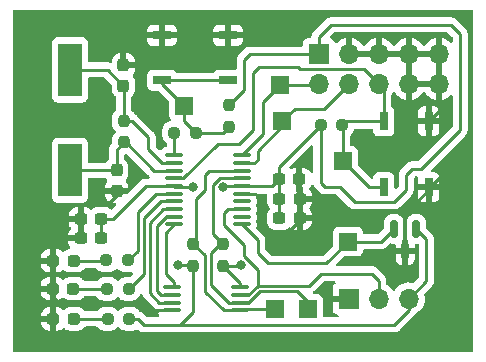
<source format=gtl>
%TF.GenerationSoftware,KiCad,Pcbnew,6.0.11+dfsg-1*%
%TF.CreationDate,2024-02-21T10:46:39+01:00*%
%TF.ProjectId,Nehari_Chauveliere_kicad_TMS,4e656861-7269-45f4-9368-617576656c69,rev?*%
%TF.SameCoordinates,Original*%
%TF.FileFunction,Copper,L1,Top*%
%TF.FilePolarity,Positive*%
%FSLAX46Y46*%
G04 Gerber Fmt 4.6, Leading zero omitted, Abs format (unit mm)*
G04 Created by KiCad (PCBNEW 6.0.11+dfsg-1) date 2024-02-21 10:46:39*
%MOMM*%
%LPD*%
G01*
G04 APERTURE LIST*
G04 Aperture macros list*
%AMRoundRect*
0 Rectangle with rounded corners*
0 $1 Rounding radius*
0 $2 $3 $4 $5 $6 $7 $8 $9 X,Y pos of 4 corners*
0 Add a 4 corners polygon primitive as box body*
4,1,4,$2,$3,$4,$5,$6,$7,$8,$9,$2,$3,0*
0 Add four circle primitives for the rounded corners*
1,1,$1+$1,$2,$3*
1,1,$1+$1,$4,$5*
1,1,$1+$1,$6,$7*
1,1,$1+$1,$8,$9*
0 Add four rect primitives between the rounded corners*
20,1,$1+$1,$2,$3,$4,$5,0*
20,1,$1+$1,$4,$5,$6,$7,0*
20,1,$1+$1,$6,$7,$8,$9,0*
20,1,$1+$1,$8,$9,$2,$3,0*%
G04 Aperture macros list end*
%TA.AperFunction,SMDPad,CuDef*%
%ADD10RoundRect,0.100000X-0.637500X-0.100000X0.637500X-0.100000X0.637500X0.100000X-0.637500X0.100000X0*%
%TD*%
%TA.AperFunction,SMDPad,CuDef*%
%ADD11RoundRect,0.237500X-0.300000X-0.237500X0.300000X-0.237500X0.300000X0.237500X-0.300000X0.237500X0*%
%TD*%
%TA.AperFunction,SMDPad,CuDef*%
%ADD12R,1.524000X0.762000*%
%TD*%
%TA.AperFunction,SMDPad,CuDef*%
%ADD13RoundRect,0.237500X0.250000X0.237500X-0.250000X0.237500X-0.250000X-0.237500X0.250000X-0.237500X0*%
%TD*%
%TA.AperFunction,SMDPad,CuDef*%
%ADD14RoundRect,0.237500X0.237500X-0.250000X0.237500X0.250000X-0.237500X0.250000X-0.237500X-0.250000X0*%
%TD*%
%TA.AperFunction,SMDPad,CuDef*%
%ADD15R,1.500000X1.500000*%
%TD*%
%TA.AperFunction,SMDPad,CuDef*%
%ADD16RoundRect,0.237500X0.300000X0.237500X-0.300000X0.237500X-0.300000X-0.237500X0.300000X-0.237500X0*%
%TD*%
%TA.AperFunction,SMDPad,CuDef*%
%ADD17RoundRect,0.237500X-0.237500X0.300000X-0.237500X-0.300000X0.237500X-0.300000X0.237500X0.300000X0*%
%TD*%
%TA.AperFunction,SMDPad,CuDef*%
%ADD18RoundRect,0.237500X0.237500X-0.300000X0.237500X0.300000X-0.237500X0.300000X-0.237500X-0.300000X0*%
%TD*%
%TA.AperFunction,ComponentPad*%
%ADD19R,1.700000X1.700000*%
%TD*%
%TA.AperFunction,ComponentPad*%
%ADD20O,1.700000X1.700000*%
%TD*%
%TA.AperFunction,SMDPad,CuDef*%
%ADD21R,0.762000X1.524000*%
%TD*%
%TA.AperFunction,SMDPad,CuDef*%
%ADD22R,2.000000X4.500000*%
%TD*%
%TA.AperFunction,SMDPad,CuDef*%
%ADD23RoundRect,0.237500X-0.287500X-0.237500X0.287500X-0.237500X0.287500X0.237500X-0.287500X0.237500X0*%
%TD*%
%TA.AperFunction,SMDPad,CuDef*%
%ADD24RoundRect,0.237500X-0.237500X0.250000X-0.237500X-0.250000X0.237500X-0.250000X0.237500X0.250000X0*%
%TD*%
%TA.AperFunction,SMDPad,CuDef*%
%ADD25RoundRect,0.150000X-0.150000X0.587500X-0.150000X-0.587500X0.150000X-0.587500X0.150000X0.587500X0*%
%TD*%
%TA.AperFunction,SMDPad,CuDef*%
%ADD26RoundRect,0.237500X-0.250000X-0.237500X0.250000X-0.237500X0.250000X0.237500X-0.250000X0.237500X0*%
%TD*%
%TA.AperFunction,ViaPad*%
%ADD27C,0.800000*%
%TD*%
%TA.AperFunction,Conductor*%
%ADD28C,0.250000*%
%TD*%
G04 APERTURE END LIST*
D10*
%TO.P,U2,1,E0*%
%TO.N,Bit1*%
X157005100Y-89525200D03*
%TO.P,U2,2,E1*%
%TO.N,Bit2*%
X157005100Y-90175200D03*
%TO.P,U2,3,E2*%
%TO.N,Bit3*%
X157005100Y-90825200D03*
%TO.P,U2,4,VSS*%
%TO.N,GND*%
X157005100Y-91475200D03*
%TO.P,U2,5,SDA*%
%TO.N,Serial_data*%
X162730100Y-91475200D03*
%TO.P,U2,6,SCL*%
%TO.N,Serial_clock*%
X162730100Y-90825200D03*
%TO.P,U2,7,~{WC}*%
%TO.N,Write_enable*%
X162730100Y-90175200D03*
%TO.P,U2,8,VCC*%
%TO.N,VCC*%
X162730100Y-89525200D03*
%TD*%
D11*
%TO.P,C2,1*%
%TO.N,VCC*%
X166040900Y-82016600D03*
%TO.P,C2,2*%
%TO.N,GND*%
X167765900Y-82016600D03*
%TD*%
D12*
%TO.P,S2,1,1*%
%TO.N,Net-(R4-Pad1)*%
X161696400Y-71983600D03*
%TO.P,S2,2,2*%
X156108400Y-71983600D03*
%TO.P,S2,3,3*%
%TO.N,GND*%
X161696400Y-68173600D03*
%TO.P,S2,4,4*%
X156108400Y-68173600D03*
%TD*%
D13*
%TO.P,R6,1*%
%TO.N,LED_TEST2*%
X153285200Y-89662000D03*
%TO.P,R6,2*%
%TO.N,Net-(D2-Pad2)*%
X151460200Y-89662000D03*
%TD*%
D14*
%TO.P,R8,1*%
%TO.N,VCC*%
X158775400Y-87680800D03*
%TO.P,R8,2*%
%TO.N,Serial_data*%
X158775400Y-85855800D03*
%TD*%
D15*
%TO.P,TP5,1,1*%
%TO.N,Serial_clock*%
X168478200Y-91338400D03*
%TD*%
%TO.P,TP6,1,1*%
%TO.N,SWCLK*%
X166116000Y-72390000D03*
%TD*%
D16*
%TO.P,C5,1*%
%TO.N,VCC*%
X150951100Y-85387200D03*
%TO.P,C5,2*%
%TO.N,GND*%
X149226100Y-85387200D03*
%TD*%
D13*
%TO.P,R2,1*%
%TO.N,RST*%
X171395400Y-75768200D03*
%TO.P,R2,2*%
%TO.N,VCC*%
X169570400Y-75768200D03*
%TD*%
D17*
%TO.P,C6,1*%
%TO.N,GND*%
X152857200Y-70732200D03*
%TO.P,C6,2*%
%TO.N,OSC_IN*%
X152857200Y-72457200D03*
%TD*%
D18*
%TO.P,C7,1*%
%TO.N,GND*%
X152273000Y-81346100D03*
%TO.P,C7,2*%
%TO.N,OSC_OUT*%
X152273000Y-79621100D03*
%TD*%
D19*
%TO.P,J2,1,Pin_1*%
%TO.N,GND*%
X171932600Y-90474800D03*
D20*
%TO.P,J2,2,Pin_2*%
%TO.N,Write_enable*%
X174472600Y-90474800D03*
%TO.P,J2,3,Pin_3*%
%TO.N,VCC*%
X177012600Y-90474800D03*
%TD*%
D21*
%TO.P,S1,1,1*%
%TO.N,RST*%
X174904400Y-81051400D03*
%TO.P,S1,2,2*%
X174904400Y-75463400D03*
%TO.P,S1,3,3*%
%TO.N,GND*%
X178714400Y-81051400D03*
%TO.P,S1,4,4*%
X178714400Y-75463400D03*
%TD*%
D16*
%TO.P,C4,1*%
%TO.N,VCC*%
X150976500Y-83736200D03*
%TO.P,C4,2*%
%TO.N,GND*%
X149251500Y-83736200D03*
%TD*%
D11*
%TO.P,C3,1*%
%TO.N,VCC*%
X166015500Y-80391000D03*
%TO.P,C3,2*%
%TO.N,GND*%
X167740500Y-80391000D03*
%TD*%
D15*
%TO.P,TP7,1,1*%
%TO.N,SWDAT*%
X166319200Y-75463400D03*
%TD*%
%TO.P,TP2,1,1*%
%TO.N,Net-(R4-Pad1)*%
X157988000Y-74168000D03*
%TD*%
D22*
%TO.P,Y1,1,1*%
%TO.N,OSC_OUT*%
X148336000Y-79620000D03*
%TO.P,Y1,2,2*%
%TO.N,OSC_IN*%
X148336000Y-71120000D03*
%TD*%
D23*
%TO.P,D1,1,K*%
%TO.N,GND*%
X146876800Y-87274400D03*
%TO.P,D1,2,A*%
%TO.N,Net-(D1-Pad2)*%
X148626800Y-87274400D03*
%TD*%
%TO.P,D2,1,K*%
%TO.N,GND*%
X146865400Y-89636600D03*
%TO.P,D2,2,A*%
%TO.N,Net-(D2-Pad2)*%
X148615400Y-89636600D03*
%TD*%
D24*
%TO.P,R1,1*%
%TO.N,OSC_IN*%
X152882600Y-75432800D03*
%TO.P,R1,2*%
%TO.N,OSC_OUT*%
X152882600Y-77257800D03*
%TD*%
D13*
%TO.P,R7,1*%
%TO.N,VCC*%
X153337200Y-92202000D03*
%TO.P,R7,2*%
%TO.N,Net-(D3-Pad2)*%
X151512200Y-92202000D03*
%TD*%
D14*
%TO.P,3.3k1,1*%
%TO.N,VCC*%
X161290000Y-87702400D03*
%TO.P,3.3k1,2*%
%TO.N,Serial_clock*%
X161290000Y-85877400D03*
%TD*%
D19*
%TO.P,J1,1,VTref*%
%TO.N,VCC*%
X169392600Y-69773800D03*
D20*
%TO.P,J1,2,SWDIO/TMS*%
%TO.N,SWCLK*%
X169392600Y-72313800D03*
%TO.P,J1,3,GND*%
%TO.N,GND*%
X171932600Y-69773800D03*
%TO.P,J1,4,SWDCLK/TCK*%
%TO.N,SWDAT*%
X171932600Y-72313800D03*
%TO.P,J1,5,GND*%
%TO.N,GND*%
X174472600Y-69773800D03*
%TO.P,J1,6,SWO/TDO*%
%TO.N,RST*%
X174472600Y-72313800D03*
%TO.P,J1,7,KEY*%
%TO.N,GND*%
X177012600Y-69773800D03*
%TO.P,J1,8,NC/TDI*%
X177012600Y-72313800D03*
%TO.P,J1,9,GNDDetect*%
X179552600Y-69773800D03*
%TO.P,J1,10,~{RESET}*%
X179552600Y-72313800D03*
%TD*%
D10*
%TO.P,U1,1,BOOT0*%
%TO.N,BOOT*%
X157157500Y-78355000D03*
%TO.P,U1,2,PF0*%
%TO.N,OSC_IN*%
X157157500Y-79005000D03*
%TO.P,U1,3,PF1*%
%TO.N,OSC_OUT*%
X157157500Y-79655000D03*
%TO.P,U1,4,NRST*%
%TO.N,RST*%
X157157500Y-80305000D03*
%TO.P,U1,5,VDDA*%
%TO.N,VCC*%
X157157500Y-80955000D03*
%TO.P,U1,6,PA0*%
%TO.N,LED_TEST1*%
X157157500Y-81605000D03*
%TO.P,U1,7,PA1*%
%TO.N,LED_TEST2*%
X157157500Y-82255000D03*
%TO.P,U1,8,PA2*%
%TO.N,Bit3*%
X157157500Y-82905000D03*
%TO.P,U1,9,PA3*%
%TO.N,Bit2*%
X157157500Y-83555000D03*
%TO.P,U1,10,PA4*%
%TO.N,Bit1*%
X157157500Y-84205000D03*
%TO.P,U1,11,PA5*%
%TO.N,V_OUT*%
X162882500Y-84205000D03*
%TO.P,U1,12,PA6*%
%TO.N,unconnected-(U1-Pad12)*%
X162882500Y-83555000D03*
%TO.P,U1,13,PA7*%
%TO.N,Write_enable*%
X162882500Y-82905000D03*
%TO.P,U1,14,PB1*%
%TO.N,unconnected-(U1-Pad14)*%
X162882500Y-82255000D03*
%TO.P,U1,15,VSS*%
%TO.N,GND*%
X162882500Y-81605000D03*
%TO.P,U1,16,VDD*%
%TO.N,VCC*%
X162882500Y-80955000D03*
%TO.P,U1,17,PA9*%
%TO.N,Serial_clock*%
X162882500Y-80305000D03*
%TO.P,U1,18,PA10*%
%TO.N,Serial_data*%
X162882500Y-79655000D03*
%TO.P,U1,19,PA13*%
%TO.N,SWDAT*%
X162882500Y-79005000D03*
%TO.P,U1,20,PA14*%
%TO.N,SWCLK*%
X162882500Y-78355000D03*
%TD*%
D25*
%TO.P,U3,1,Vdd*%
%TO.N,VCC*%
X177655500Y-84574100D03*
%TO.P,U3,2,Vout*%
%TO.N,V_OUT*%
X175755500Y-84574100D03*
%TO.P,U3,3,GND*%
%TO.N,GND*%
X176705500Y-86449100D03*
%TD*%
D15*
%TO.P,TP1,1,1*%
%TO.N,RST*%
X171424600Y-78816200D03*
%TD*%
D11*
%TO.P,C1,1*%
%TO.N,VCC*%
X166064100Y-83667600D03*
%TO.P,C1,2*%
%TO.N,GND*%
X167789100Y-83667600D03*
%TD*%
D26*
%TO.P,R3,1*%
%TO.N,BOOT*%
X157153600Y-76428600D03*
%TO.P,R3,2*%
%TO.N,Net-(R4-Pad1)*%
X158978600Y-76428600D03*
%TD*%
D15*
%TO.P,TP4,1,1*%
%TO.N,Serial_data*%
X165684200Y-91389200D03*
%TD*%
D23*
%TO.P,D3,1,K*%
%TO.N,GND*%
X146913600Y-92202000D03*
%TO.P,D3,2,A*%
%TO.N,Net-(D3-Pad2)*%
X148663600Y-92202000D03*
%TD*%
D14*
%TO.P,R4,1*%
%TO.N,Net-(R4-Pad1)*%
X161798000Y-75928700D03*
%TO.P,R4,2*%
%TO.N,VCC*%
X161798000Y-74103700D03*
%TD*%
D13*
%TO.P,R5,1*%
%TO.N,LED_TEST1*%
X153238200Y-87249000D03*
%TO.P,R5,2*%
%TO.N,Net-(D1-Pad2)*%
X151413200Y-87249000D03*
%TD*%
D15*
%TO.P,TP3,1,1*%
%TO.N,V_OUT*%
X171881800Y-85648800D03*
%TD*%
D27*
%TO.N,GND*%
X180594000Y-79248000D03*
%TO.N,VCC*%
X157480000Y-87630000D03*
X162809701Y-87634299D03*
X161292549Y-81032049D03*
X158750000Y-81026000D03*
%TD*%
D28*
%TO.N,Bit3*%
X157157500Y-82905000D02*
X156236000Y-82905000D01*
X155067000Y-84074000D02*
X155067000Y-89992441D01*
X155067000Y-89992441D02*
X155899759Y-90825200D01*
X156236000Y-82905000D02*
X155067000Y-84074000D01*
X155899759Y-90825200D02*
X157005100Y-90825200D01*
%TO.N,LED_TEST2*%
X157157500Y-82255000D02*
X155997000Y-82255000D01*
X154559000Y-83693000D02*
X154559000Y-88388200D01*
X155997000Y-82255000D02*
X154559000Y-83693000D01*
X154559000Y-88388200D02*
X153285200Y-89662000D01*
%TO.N,LED_TEST1*%
X153238200Y-87249000D02*
X154051000Y-86436200D01*
X154051000Y-83185000D02*
X155631000Y-81605000D01*
X154051000Y-86436200D02*
X154051000Y-83185000D01*
X155631000Y-81605000D02*
X157157500Y-81605000D01*
%TO.N,V_OUT*%
X175755500Y-84574100D02*
X174680800Y-85648800D01*
%TO.N,GND*%
X178714400Y-75463400D02*
X179578000Y-74599800D01*
X179578000Y-74599800D02*
X179578000Y-74295000D01*
X179578000Y-74295000D02*
X179552600Y-74269600D01*
X179552600Y-74269600D02*
X179552600Y-72313800D01*
X177012600Y-72313800D02*
X179552600Y-72313800D01*
X177012600Y-72313800D02*
X177012600Y-69773800D01*
X174472600Y-69773800D02*
X177012600Y-69773800D01*
X171932600Y-69773800D02*
X174472600Y-69773800D01*
X179552600Y-69773800D02*
X177012600Y-69773800D01*
X179552600Y-72313800D02*
X179552600Y-69773800D01*
%TO.N,SWCLK*%
X166116000Y-72390000D02*
X164642800Y-73863200D01*
X164642800Y-73863200D02*
X164642800Y-76530200D01*
X164642800Y-76530200D02*
X162882500Y-78290500D01*
X162882500Y-78290500D02*
X162882500Y-78355000D01*
X166116000Y-72390000D02*
X169316400Y-72390000D01*
X169316400Y-72390000D02*
X169392600Y-72313800D01*
%TO.N,GND*%
X180594000Y-79248000D02*
X178790600Y-81051400D01*
X178790600Y-81051400D02*
X178714400Y-81051400D01*
%TO.N,VCC*%
X180594000Y-67310000D02*
X170434000Y-67310000D01*
X181356000Y-68072000D02*
X180594000Y-67310000D01*
X169570400Y-75768200D02*
X169570400Y-80670400D01*
X177292000Y-79502000D02*
X178054000Y-79502000D01*
X181356000Y-76200000D02*
X181356000Y-68072000D01*
X176784000Y-81280000D02*
X176784000Y-80010000D01*
X175768000Y-82296000D02*
X176784000Y-81280000D01*
X172466000Y-82296000D02*
X175768000Y-82296000D01*
X171196000Y-81026000D02*
X172466000Y-82296000D01*
X169926000Y-81026000D02*
X171196000Y-81026000D01*
X178054000Y-79502000D02*
X181356000Y-76200000D01*
X169570400Y-80670400D02*
X169926000Y-81026000D01*
X176784000Y-80010000D02*
X177292000Y-79502000D01*
X170434000Y-67310000D02*
X169392600Y-68351400D01*
X169392600Y-68351400D02*
X169392600Y-69773800D01*
X157480000Y-87630000D02*
X158724600Y-87630000D01*
X158724600Y-87630000D02*
X158775400Y-87680800D01*
%TO.N,Bit1*%
X157005100Y-89525200D02*
X157157500Y-89372800D01*
X157157500Y-89372800D02*
X157157500Y-89085500D01*
X157157500Y-89085500D02*
X156464000Y-88392000D01*
X156464000Y-88392000D02*
X156464000Y-84898500D01*
X156464000Y-84898500D02*
X157157500Y-84205000D01*
%TO.N,VCC*%
X161290000Y-87702400D02*
X162741600Y-87702400D01*
X162741600Y-87702400D02*
X162809701Y-87634299D01*
X158750000Y-81026000D02*
X157228500Y-81026000D01*
X157228500Y-81026000D02*
X157157500Y-80955000D01*
X162882500Y-80955000D02*
X161369598Y-80955000D01*
X161369598Y-80955000D02*
X161292549Y-81032049D01*
%TO.N,Serial_clock*%
X162882500Y-80305000D02*
X160995000Y-80305000D01*
X160995000Y-80305000D02*
X160451800Y-80848200D01*
X160451800Y-80848200D02*
X160451800Y-85039200D01*
X160451800Y-85039200D02*
X161290000Y-85877400D01*
%TO.N,Serial_data*%
X162882500Y-79655000D02*
X160121000Y-79655000D01*
X160121000Y-79655000D02*
X159766000Y-80010000D01*
X159766000Y-80010000D02*
X159766000Y-81280000D01*
X159766000Y-81280000D02*
X158978600Y-82067400D01*
X158978600Y-82067400D02*
X158978600Y-85652600D01*
X158978600Y-85652600D02*
X158775400Y-85855800D01*
%TO.N,VCC*%
X157657800Y-92710000D02*
X158775400Y-91592400D01*
X151975800Y-83736200D02*
X154757000Y-80955000D01*
X166040900Y-83644400D02*
X166064100Y-83667600D01*
X163068000Y-72833700D02*
X163068000Y-70281800D01*
X166015500Y-80391000D02*
X166015500Y-81991200D01*
X150951100Y-85387200D02*
X150951100Y-83761600D01*
X178500000Y-88987400D02*
X177012600Y-90474800D01*
X162730100Y-89525200D02*
X162730100Y-89142500D01*
X175790000Y-92710000D02*
X177012600Y-91487400D01*
X162882500Y-80955000D02*
X165451500Y-80955000D01*
X163576000Y-69773800D02*
X169392600Y-69773800D01*
X162730100Y-89142500D02*
X161290000Y-87702400D01*
X166015500Y-79323100D02*
X169570400Y-75768200D01*
X166040900Y-82016600D02*
X166040900Y-83644400D01*
X163068000Y-70281800D02*
X163576000Y-69773800D01*
X150976500Y-83736200D02*
X151975800Y-83736200D01*
X177655500Y-84574100D02*
X178500000Y-85418600D01*
X154757000Y-80955000D02*
X157157500Y-80955000D01*
X150951100Y-83761600D02*
X150976500Y-83736200D01*
X165451500Y-80955000D02*
X166015500Y-80391000D01*
X177012600Y-91487400D02*
X177012600Y-90474800D01*
X161798000Y-74103700D02*
X163068000Y-72833700D01*
X157657800Y-92710000D02*
X175790000Y-92710000D01*
X154076400Y-92202000D02*
X154584400Y-92710000D01*
X154584400Y-92710000D02*
X157657800Y-92710000D01*
X178500000Y-85418600D02*
X178500000Y-88987400D01*
X166015500Y-81991200D02*
X166040900Y-82016600D01*
X153337200Y-92202000D02*
X154076400Y-92202000D01*
X166015500Y-80391000D02*
X166015500Y-79323100D01*
X158775400Y-91592400D02*
X158775400Y-87680800D01*
%TO.N,Serial_clock*%
X162730100Y-90825200D02*
X161818200Y-90825200D01*
X164411241Y-89832600D02*
X167505800Y-89832600D01*
X161036000Y-85877400D02*
X161290000Y-85877400D01*
X161544000Y-85830400D02*
X161032200Y-85830400D01*
X168478200Y-90805000D02*
X168478200Y-91338400D01*
X167505800Y-89832600D02*
X168478200Y-90805000D01*
X160299400Y-89306400D02*
X160299400Y-86614000D01*
X163418641Y-90825200D02*
X164411241Y-89832600D01*
X160299400Y-86614000D02*
X161036000Y-85877400D01*
X162730100Y-90825200D02*
X163418641Y-90825200D01*
X161818200Y-90825200D02*
X160299400Y-89306400D01*
%TO.N,GND*%
X151150000Y-67973200D02*
X152857200Y-69680400D01*
X145250000Y-68709596D02*
X145986396Y-67973200D01*
X147447000Y-90932000D02*
X146865400Y-90350400D01*
X167789100Y-83797900D02*
X166497000Y-85090000D01*
X167789100Y-83667600D02*
X167789100Y-83797900D01*
X146865400Y-90350400D02*
X146865400Y-89636600D01*
X145986396Y-67973200D02*
X151150000Y-67973200D01*
X165100000Y-85090000D02*
X164592000Y-84582000D01*
X176705500Y-86449100D02*
X176705500Y-83263500D01*
X157005100Y-91475200D02*
X154721200Y-91475200D01*
X145250000Y-82073200D02*
X145250000Y-68709596D01*
X145650000Y-82473200D02*
X145250000Y-82073200D01*
X176705500Y-83263500D02*
X178714400Y-81254600D01*
X152273000Y-81346100D02*
X152273000Y-81750200D01*
X152273000Y-81750200D02*
X151550000Y-82473200D01*
X154721200Y-91475200D02*
X154178000Y-90932000D01*
X164028000Y-81605000D02*
X162882500Y-81605000D01*
X151550000Y-82473200D02*
X145650000Y-82473200D01*
X164592000Y-84582000D02*
X164592000Y-82169000D01*
X154178000Y-90932000D02*
X147447000Y-90932000D01*
X164592000Y-82169000D02*
X164028000Y-81605000D01*
X166497000Y-85090000D02*
X165100000Y-85090000D01*
X178714400Y-81254600D02*
X178714400Y-81051400D01*
X152857200Y-69680400D02*
X152857200Y-70732200D01*
%TO.N,OSC_IN*%
X154940000Y-77851000D02*
X154940000Y-76835000D01*
X156094000Y-79005000D02*
X154940000Y-77851000D01*
X152882600Y-75432800D02*
X152882600Y-72482600D01*
X152882600Y-72482600D02*
X152857200Y-72457200D01*
X151520000Y-71120000D02*
X148336000Y-71120000D01*
X153537800Y-75432800D02*
X152882600Y-75432800D01*
X152857200Y-72457200D02*
X151520000Y-71120000D01*
X157157500Y-79005000D02*
X156094000Y-79005000D01*
X154940000Y-76835000D02*
X153537800Y-75432800D01*
%TO.N,OSC_OUT*%
X155474000Y-79655000D02*
X153076800Y-77257800D01*
X157157500Y-79655000D02*
X155474000Y-79655000D01*
X152271900Y-79620000D02*
X148336000Y-79620000D01*
X153076800Y-77257800D02*
X152882600Y-77257800D01*
X152273000Y-79621100D02*
X152271900Y-79620000D01*
X152273000Y-79621100D02*
X152273000Y-77867400D01*
X152933400Y-77308600D02*
X152882600Y-77257800D01*
X152273000Y-77867400D02*
X152882600Y-77257800D01*
%TO.N,Net-(D1-Pad2)*%
X148626800Y-87274400D02*
X151387800Y-87274400D01*
X151387800Y-87274400D02*
X151413200Y-87249000D01*
%TO.N,Net-(D2-Pad2)*%
X151460200Y-89662000D02*
X151434800Y-89636600D01*
X151434800Y-89636600D02*
X148615400Y-89636600D01*
%TO.N,Net-(D3-Pad2)*%
X151512200Y-92202000D02*
X148663600Y-92202000D01*
%TO.N,SWDAT*%
X162882500Y-79005000D02*
X163946000Y-79005000D01*
X166319200Y-75869800D02*
X166319200Y-75463400D01*
X164211000Y-78740000D02*
X164211000Y-77978000D01*
X166319200Y-75463400D02*
X167360600Y-74422000D01*
X163946000Y-79005000D02*
X164211000Y-78740000D01*
X164211000Y-77978000D02*
X166319200Y-75869800D01*
X167360600Y-74422000D02*
X169824400Y-74422000D01*
X169824400Y-74422000D02*
X171932600Y-72313800D01*
%TO.N,RST*%
X173659800Y-81051400D02*
X171424600Y-78816200D01*
X167640000Y-70866000D02*
X164338000Y-70866000D01*
X173228000Y-71069200D02*
X167843200Y-71069200D01*
X174904400Y-75463400D02*
X174904400Y-72745600D01*
X174904400Y-72745600D02*
X174472600Y-72313800D01*
X174904400Y-81051400D02*
X173659800Y-81051400D01*
X167843200Y-71069200D02*
X167640000Y-70866000D01*
X171700200Y-75463400D02*
X174904400Y-75463400D01*
X171424600Y-78816200D02*
X171424600Y-75797400D01*
X160858200Y-77368400D02*
X157921600Y-80305000D01*
X162661600Y-77368400D02*
X160858200Y-77368400D01*
X164338000Y-70866000D02*
X163830000Y-71374000D01*
X171424600Y-75797400D02*
X171395400Y-75768200D01*
X163830000Y-71374000D02*
X163830000Y-76200000D01*
X171395400Y-75768200D02*
X171700200Y-75463400D01*
X163830000Y-76200000D02*
X162661600Y-77368400D01*
X174472600Y-72313800D02*
X173228000Y-71069200D01*
X157921600Y-80305000D02*
X157157500Y-80305000D01*
%TO.N,Write_enable*%
X168529000Y-89382600D02*
X164224845Y-89382600D01*
X162882500Y-82905000D02*
X161671000Y-82905000D01*
X163068000Y-85979000D02*
X163068000Y-86868000D01*
X169545000Y-88366600D02*
X168529000Y-89382600D01*
X161333600Y-83242400D02*
X161333600Y-84244600D01*
X163432245Y-90175200D02*
X164224845Y-89382600D01*
X173863000Y-88366600D02*
X169545000Y-88366600D01*
X161671000Y-82905000D02*
X161333600Y-83242400D01*
X174472600Y-90474800D02*
X174472600Y-88976200D01*
X162730100Y-90175200D02*
X163432245Y-90175200D01*
X161333600Y-84244600D02*
X163068000Y-85979000D01*
X163068000Y-86868000D02*
X164224845Y-88024845D01*
X174472600Y-88976200D02*
X173863000Y-88366600D01*
X164224845Y-88024845D02*
X164224845Y-89382600D01*
%TO.N,Net-(R4-Pad1)*%
X156108400Y-71983600D02*
X161696400Y-71983600D01*
X161298100Y-76428600D02*
X161798000Y-75928700D01*
X156108400Y-72288400D02*
X156108400Y-71983600D01*
X158978600Y-76428600D02*
X157988000Y-75438000D01*
X157988000Y-74168000D02*
X156108400Y-72288400D01*
X158978600Y-76428600D02*
X161298100Y-76428600D01*
X157988000Y-75438000D02*
X157988000Y-74168000D01*
%TO.N,BOOT*%
X157153600Y-78351100D02*
X157157500Y-78355000D01*
X157153600Y-76428600D02*
X157153600Y-78351100D01*
%TO.N,Serial_data*%
X162816100Y-91389200D02*
X165684200Y-91389200D01*
X162730100Y-91475200D02*
X162816100Y-91389200D01*
X159740600Y-86821000D02*
X159740600Y-89890600D01*
X158775400Y-85855800D02*
X159740600Y-86821000D01*
X161325200Y-91475200D02*
X162730100Y-91475200D01*
X159740600Y-89890600D02*
X161325200Y-91475200D01*
%TO.N,V_OUT*%
X164211000Y-85533500D02*
X162882500Y-84205000D01*
X171881800Y-85648800D02*
X170027600Y-87503000D01*
X164211000Y-86614000D02*
X164211000Y-85533500D01*
X165100000Y-87503000D02*
X164211000Y-86614000D01*
X170027600Y-87503000D02*
X165100000Y-87503000D01*
X174680800Y-85648800D02*
X171881800Y-85648800D01*
%TO.N,Bit2*%
X155702000Y-84321959D02*
X155702000Y-89810641D01*
X155702000Y-89810641D02*
X156066559Y-90175200D01*
X156066559Y-90175200D02*
X157005100Y-90175200D01*
X156468959Y-83555000D02*
X155702000Y-84321959D01*
X157157500Y-83555000D02*
X156468959Y-83555000D01*
%TD*%
%TA.AperFunction,Conductor*%
%TO.N,GND*%
G36*
X182433621Y-66028502D02*
G01*
X182480114Y-66082158D01*
X182491500Y-66134500D01*
X182491500Y-94865500D01*
X182471498Y-94933621D01*
X182417842Y-94980114D01*
X182365500Y-94991500D01*
X143634500Y-94991500D01*
X143566379Y-94971498D01*
X143519886Y-94917842D01*
X143508500Y-94865500D01*
X143508500Y-92485766D01*
X145880600Y-92485766D01*
X145880937Y-92492282D01*
X145890675Y-92586132D01*
X145893568Y-92599528D01*
X145944088Y-92750953D01*
X145950253Y-92764115D01*
X146034026Y-92899492D01*
X146043060Y-92910890D01*
X146155729Y-93023363D01*
X146167140Y-93032375D01*
X146302663Y-93115912D01*
X146315841Y-93122056D01*
X146467366Y-93172315D01*
X146480732Y-93175181D01*
X146573370Y-93184672D01*
X146579785Y-93185000D01*
X146641485Y-93185000D01*
X146656724Y-93180525D01*
X146657929Y-93179135D01*
X146659600Y-93171452D01*
X146659600Y-92474115D01*
X146655125Y-92458876D01*
X146653735Y-92457671D01*
X146646052Y-92456000D01*
X145898715Y-92456000D01*
X145883476Y-92460475D01*
X145882271Y-92461865D01*
X145880600Y-92469548D01*
X145880600Y-92485766D01*
X143508500Y-92485766D01*
X143508500Y-91929885D01*
X145880600Y-91929885D01*
X145885075Y-91945124D01*
X145886465Y-91946329D01*
X145894148Y-91948000D01*
X146641485Y-91948000D01*
X146656724Y-91943525D01*
X146657929Y-91942135D01*
X146659600Y-91934452D01*
X146659600Y-91237115D01*
X146655125Y-91221876D01*
X146653735Y-91220671D01*
X146646052Y-91219000D01*
X146579834Y-91219000D01*
X146573318Y-91219337D01*
X146479468Y-91229075D01*
X146466072Y-91231968D01*
X146314647Y-91282488D01*
X146301485Y-91288653D01*
X146166108Y-91372426D01*
X146154710Y-91381460D01*
X146042237Y-91494129D01*
X146033225Y-91505540D01*
X145949688Y-91641063D01*
X145943544Y-91654241D01*
X145893285Y-91805766D01*
X145890419Y-91819132D01*
X145880928Y-91911770D01*
X145880600Y-91918185D01*
X145880600Y-91929885D01*
X143508500Y-91929885D01*
X143508500Y-89920366D01*
X145832400Y-89920366D01*
X145832737Y-89926882D01*
X145842475Y-90020732D01*
X145845368Y-90034128D01*
X145895888Y-90185553D01*
X145902053Y-90198715D01*
X145985826Y-90334092D01*
X145994860Y-90345490D01*
X146107529Y-90457963D01*
X146118940Y-90466975D01*
X146254463Y-90550512D01*
X146267641Y-90556656D01*
X146419166Y-90606915D01*
X146432532Y-90609781D01*
X146525170Y-90619272D01*
X146531585Y-90619600D01*
X146593285Y-90619600D01*
X146608524Y-90615125D01*
X146609729Y-90613735D01*
X146611400Y-90606052D01*
X146611400Y-89908715D01*
X146606925Y-89893476D01*
X146605535Y-89892271D01*
X146597852Y-89890600D01*
X145850515Y-89890600D01*
X145835276Y-89895075D01*
X145834071Y-89896465D01*
X145832400Y-89904148D01*
X145832400Y-89920366D01*
X143508500Y-89920366D01*
X143508500Y-89364485D01*
X145832400Y-89364485D01*
X145836875Y-89379724D01*
X145838265Y-89380929D01*
X145845948Y-89382600D01*
X146593285Y-89382600D01*
X146608524Y-89378125D01*
X146609729Y-89376735D01*
X146611400Y-89369052D01*
X146611400Y-88671715D01*
X146606925Y-88656476D01*
X146605535Y-88655271D01*
X146597852Y-88653600D01*
X146531634Y-88653600D01*
X146525118Y-88653937D01*
X146431268Y-88663675D01*
X146417872Y-88666568D01*
X146266447Y-88717088D01*
X146253285Y-88723253D01*
X146117908Y-88807026D01*
X146106510Y-88816060D01*
X145994037Y-88928729D01*
X145985025Y-88940140D01*
X145901488Y-89075663D01*
X145895344Y-89088841D01*
X145845085Y-89240366D01*
X145842219Y-89253732D01*
X145832728Y-89346370D01*
X145832400Y-89352785D01*
X145832400Y-89364485D01*
X143508500Y-89364485D01*
X143508500Y-87558166D01*
X145843800Y-87558166D01*
X145844137Y-87564682D01*
X145853875Y-87658532D01*
X145856768Y-87671928D01*
X145907288Y-87823353D01*
X145913453Y-87836515D01*
X145997226Y-87971892D01*
X146006260Y-87983290D01*
X146118929Y-88095763D01*
X146130340Y-88104775D01*
X146265863Y-88188312D01*
X146279041Y-88194456D01*
X146430566Y-88244715D01*
X146443932Y-88247581D01*
X146536570Y-88257072D01*
X146542985Y-88257400D01*
X146604685Y-88257400D01*
X146619924Y-88252925D01*
X146621129Y-88251535D01*
X146622800Y-88243852D01*
X146622800Y-87546515D01*
X146618325Y-87531276D01*
X146616935Y-87530071D01*
X146609252Y-87528400D01*
X145861915Y-87528400D01*
X145846676Y-87532875D01*
X145845471Y-87534265D01*
X145843800Y-87541948D01*
X145843800Y-87558166D01*
X143508500Y-87558166D01*
X143508500Y-87002285D01*
X145843800Y-87002285D01*
X145848275Y-87017524D01*
X145849665Y-87018729D01*
X145857348Y-87020400D01*
X146604685Y-87020400D01*
X146619924Y-87015925D01*
X146621129Y-87014535D01*
X146622800Y-87006852D01*
X146622800Y-86309515D01*
X146618325Y-86294276D01*
X146616935Y-86293071D01*
X146609252Y-86291400D01*
X146543034Y-86291400D01*
X146536518Y-86291737D01*
X146442668Y-86301475D01*
X146429272Y-86304368D01*
X146277847Y-86354888D01*
X146264685Y-86361053D01*
X146129308Y-86444826D01*
X146117910Y-86453860D01*
X146005437Y-86566529D01*
X145996425Y-86577940D01*
X145912888Y-86713463D01*
X145906744Y-86726641D01*
X145856485Y-86878166D01*
X145853619Y-86891532D01*
X145844128Y-86984170D01*
X145843800Y-86990585D01*
X145843800Y-87002285D01*
X143508500Y-87002285D01*
X143508500Y-85115085D01*
X148180600Y-85115085D01*
X148185075Y-85130324D01*
X148186465Y-85131529D01*
X148194148Y-85133200D01*
X148953985Y-85133200D01*
X148969224Y-85128725D01*
X148970429Y-85127335D01*
X148972100Y-85119652D01*
X148972100Y-84432715D01*
X148992102Y-84364594D01*
X148995436Y-84360140D01*
X148997500Y-84350652D01*
X148997500Y-84008315D01*
X148993025Y-83993076D01*
X148991635Y-83991871D01*
X148983952Y-83990200D01*
X148224115Y-83990200D01*
X148208876Y-83994675D01*
X148207671Y-83996065D01*
X148206000Y-84003748D01*
X148206000Y-84019966D01*
X148206337Y-84026482D01*
X148216075Y-84120332D01*
X148218968Y-84133728D01*
X148269488Y-84285153D01*
X148275653Y-84298315D01*
X148359426Y-84433692D01*
X148368463Y-84445094D01*
X148383271Y-84459876D01*
X148417351Y-84522158D01*
X148412348Y-84592978D01*
X148383427Y-84638067D01*
X148342237Y-84679329D01*
X148333225Y-84690740D01*
X148249688Y-84826263D01*
X148243544Y-84839441D01*
X148193285Y-84990966D01*
X148190419Y-85004332D01*
X148180928Y-85096970D01*
X148180600Y-85103385D01*
X148180600Y-85115085D01*
X143508500Y-85115085D01*
X143508500Y-83464085D01*
X148206000Y-83464085D01*
X148210475Y-83479324D01*
X148211865Y-83480529D01*
X148219548Y-83482200D01*
X148979385Y-83482200D01*
X148994624Y-83477725D01*
X148995829Y-83476335D01*
X148997500Y-83468652D01*
X148997500Y-82771315D01*
X148993025Y-82756076D01*
X148991635Y-82754871D01*
X148983952Y-82753200D01*
X148905234Y-82753200D01*
X148898718Y-82753537D01*
X148804868Y-82763275D01*
X148791472Y-82766168D01*
X148640047Y-82816688D01*
X148626885Y-82822853D01*
X148491508Y-82906626D01*
X148480110Y-82915660D01*
X148367637Y-83028329D01*
X148358625Y-83039740D01*
X148275088Y-83175263D01*
X148268944Y-83188441D01*
X148218685Y-83339966D01*
X148215819Y-83353332D01*
X148206328Y-83445970D01*
X148206000Y-83452385D01*
X148206000Y-83464085D01*
X143508500Y-83464085D01*
X143508500Y-81918134D01*
X146827500Y-81918134D01*
X146834255Y-81980316D01*
X146885385Y-82116705D01*
X146972739Y-82233261D01*
X147089295Y-82320615D01*
X147225684Y-82371745D01*
X147287866Y-82378500D01*
X149384134Y-82378500D01*
X149446316Y-82371745D01*
X149582705Y-82320615D01*
X149699261Y-82233261D01*
X149786615Y-82116705D01*
X149837745Y-81980316D01*
X149844500Y-81918134D01*
X149844500Y-80379500D01*
X149864502Y-80311379D01*
X149918158Y-80264886D01*
X149970500Y-80253500D01*
X151293679Y-80253500D01*
X151361800Y-80273502D01*
X151400822Y-80313196D01*
X151446884Y-80387631D01*
X151452065Y-80392803D01*
X151454139Y-80394873D01*
X151455105Y-80396638D01*
X151456613Y-80398541D01*
X151456287Y-80398799D01*
X151488219Y-80457154D01*
X151483218Y-80527975D01*
X151454292Y-80573070D01*
X151451636Y-80575731D01*
X151442625Y-80587140D01*
X151359088Y-80722663D01*
X151352944Y-80735841D01*
X151302685Y-80887366D01*
X151299819Y-80900732D01*
X151290328Y-80993370D01*
X151290000Y-80999785D01*
X151290000Y-81073985D01*
X151294475Y-81089224D01*
X151295865Y-81090429D01*
X151303548Y-81092100D01*
X153237885Y-81092100D01*
X153253124Y-81087625D01*
X153254329Y-81086235D01*
X153256000Y-81078552D01*
X153256000Y-80999834D01*
X153255663Y-80993318D01*
X153245925Y-80899468D01*
X153243032Y-80886072D01*
X153192512Y-80734647D01*
X153186347Y-80721485D01*
X153102574Y-80586108D01*
X153093536Y-80574706D01*
X153091861Y-80573033D01*
X153091081Y-80571607D01*
X153088993Y-80568973D01*
X153089444Y-80568616D01*
X153057781Y-80510751D01*
X153062784Y-80439931D01*
X153091701Y-80394846D01*
X153094756Y-80391785D01*
X153099929Y-80386603D01*
X153103770Y-80380372D01*
X153187369Y-80244750D01*
X153187370Y-80244748D01*
X153191209Y-80238520D01*
X153245974Y-80073409D01*
X153247755Y-80056032D01*
X153254078Y-79994311D01*
X153256500Y-79970672D01*
X153256500Y-79271528D01*
X153253608Y-79243657D01*
X153246419Y-79174365D01*
X153246418Y-79174361D01*
X153245707Y-79167507D01*
X153243126Y-79159769D01*
X153192972Y-79009441D01*
X153190654Y-79002493D01*
X153099116Y-78854569D01*
X153071937Y-78827437D01*
X152981184Y-78736842D01*
X152981179Y-78736838D01*
X152976003Y-78731671D01*
X152966386Y-78725743D01*
X152964559Y-78723714D01*
X152964027Y-78723293D01*
X152964099Y-78723202D01*
X152918892Y-78672972D01*
X152906500Y-78618482D01*
X152906500Y-78379800D01*
X152926502Y-78311679D01*
X152980158Y-78265186D01*
X153032500Y-78253800D01*
X153124706Y-78253800D01*
X153192827Y-78273802D01*
X153213801Y-78290705D01*
X154097460Y-79174365D01*
X154970348Y-80047253D01*
X154977888Y-80055539D01*
X154982000Y-80062018D01*
X154987780Y-80067446D01*
X154987781Y-80067447D01*
X155026333Y-80103650D01*
X155062299Y-80164862D01*
X155059462Y-80235802D01*
X155018722Y-80293946D01*
X154953014Y-80320835D01*
X154940081Y-80321500D01*
X154835768Y-80321500D01*
X154824585Y-80320973D01*
X154817092Y-80319298D01*
X154809166Y-80319547D01*
X154809165Y-80319547D01*
X154749002Y-80321438D01*
X154745044Y-80321500D01*
X154717144Y-80321500D01*
X154713154Y-80322004D01*
X154701320Y-80322936D01*
X154657111Y-80324326D01*
X154649497Y-80326538D01*
X154649492Y-80326539D01*
X154637659Y-80329977D01*
X154618296Y-80333988D01*
X154598203Y-80336526D01*
X154590836Y-80339443D01*
X154590831Y-80339444D01*
X154557092Y-80352802D01*
X154545865Y-80356646D01*
X154503407Y-80368982D01*
X154496581Y-80373019D01*
X154485972Y-80379293D01*
X154468224Y-80387988D01*
X154449383Y-80395448D01*
X154442967Y-80400110D01*
X154442966Y-80400110D01*
X154413613Y-80421436D01*
X154403693Y-80427952D01*
X154372465Y-80446420D01*
X154372462Y-80446422D01*
X154365638Y-80450458D01*
X154351317Y-80464779D01*
X154336284Y-80477619D01*
X154319893Y-80489528D01*
X154302336Y-80510751D01*
X154291702Y-80523605D01*
X154283712Y-80532384D01*
X153252901Y-81563195D01*
X153190589Y-81597221D01*
X153163806Y-81600100D01*
X151308115Y-81600100D01*
X151292876Y-81604575D01*
X151291671Y-81605965D01*
X151290000Y-81613648D01*
X151290000Y-81692366D01*
X151290337Y-81698882D01*
X151300075Y-81792732D01*
X151302968Y-81806128D01*
X151353488Y-81957553D01*
X151359653Y-81970715D01*
X151443426Y-82106092D01*
X151452460Y-82117490D01*
X151565129Y-82229963D01*
X151576540Y-82238975D01*
X151712063Y-82322512D01*
X151725241Y-82328656D01*
X151876766Y-82378915D01*
X151890132Y-82381781D01*
X151982770Y-82391272D01*
X151989185Y-82391600D01*
X152120306Y-82391600D01*
X152188427Y-82411602D01*
X152234920Y-82465258D01*
X152245024Y-82535532D01*
X152215530Y-82600112D01*
X152209401Y-82606695D01*
X151912733Y-82903363D01*
X151850421Y-82937389D01*
X151779606Y-82932324D01*
X151746329Y-82913590D01*
X151742003Y-82909271D01*
X151735776Y-82905433D01*
X151735774Y-82905431D01*
X151600150Y-82821831D01*
X151600148Y-82821830D01*
X151593920Y-82817991D01*
X151428809Y-82763226D01*
X151421973Y-82762526D01*
X151421970Y-82762525D01*
X151370474Y-82757249D01*
X151326072Y-82752700D01*
X150626928Y-82752700D01*
X150623682Y-82753037D01*
X150623678Y-82753037D01*
X150529765Y-82762781D01*
X150529761Y-82762782D01*
X150522907Y-82763493D01*
X150516371Y-82765674D01*
X150516369Y-82765674D01*
X150399754Y-82804580D01*
X150357893Y-82818546D01*
X150209969Y-82910084D01*
X150204797Y-82915265D01*
X150202727Y-82917339D01*
X150200962Y-82918305D01*
X150199059Y-82919813D01*
X150198801Y-82919487D01*
X150140446Y-82951419D01*
X150069625Y-82946418D01*
X150024530Y-82917492D01*
X150021869Y-82914836D01*
X150010460Y-82905825D01*
X149874937Y-82822288D01*
X149861759Y-82816144D01*
X149710234Y-82765885D01*
X149696868Y-82763019D01*
X149604230Y-82753528D01*
X149597815Y-82753200D01*
X149523615Y-82753200D01*
X149508376Y-82757675D01*
X149507171Y-82759065D01*
X149505500Y-82766748D01*
X149505500Y-84690685D01*
X149485498Y-84758806D01*
X149482164Y-84763260D01*
X149480100Y-84772748D01*
X149480100Y-85515200D01*
X149460098Y-85583321D01*
X149406442Y-85629814D01*
X149354100Y-85641200D01*
X148198715Y-85641200D01*
X148183476Y-85645675D01*
X148182271Y-85647065D01*
X148180600Y-85654748D01*
X148180600Y-85670966D01*
X148180937Y-85677482D01*
X148190675Y-85771332D01*
X148193568Y-85784728D01*
X148244088Y-85936153D01*
X148250253Y-85949315D01*
X148334029Y-86084697D01*
X148339093Y-86091086D01*
X148365729Y-86156897D01*
X148352557Y-86226661D01*
X148303758Y-86278228D01*
X148253351Y-86294674D01*
X148224322Y-86297686D01*
X148192565Y-86300981D01*
X148192561Y-86300982D01*
X148185707Y-86301693D01*
X148179171Y-86303874D01*
X148179169Y-86303874D01*
X148096826Y-86331346D01*
X148020693Y-86356746D01*
X147872769Y-86448284D01*
X147840569Y-86480541D01*
X147778288Y-86514620D01*
X147707468Y-86509618D01*
X147662378Y-86480696D01*
X147634671Y-86453037D01*
X147623260Y-86444025D01*
X147487737Y-86360488D01*
X147474559Y-86354344D01*
X147323034Y-86304085D01*
X147309668Y-86301219D01*
X147217030Y-86291728D01*
X147210615Y-86291400D01*
X147148915Y-86291400D01*
X147133676Y-86295875D01*
X147132471Y-86297265D01*
X147130800Y-86304948D01*
X147130800Y-88239285D01*
X147135275Y-88254524D01*
X147136665Y-88255729D01*
X147144348Y-88257400D01*
X147210566Y-88257400D01*
X147217082Y-88257063D01*
X147310932Y-88247325D01*
X147324328Y-88244432D01*
X147475753Y-88193912D01*
X147488915Y-88187747D01*
X147624292Y-88103974D01*
X147635695Y-88094936D01*
X147662325Y-88068260D01*
X147724607Y-88034181D01*
X147795427Y-88039184D01*
X147840515Y-88068105D01*
X147873797Y-88101329D01*
X147880027Y-88105169D01*
X147880028Y-88105170D01*
X147983534Y-88168972D01*
X148021880Y-88192609D01*
X148186991Y-88247374D01*
X148193827Y-88248074D01*
X148193830Y-88248075D01*
X148241170Y-88252925D01*
X148289728Y-88257900D01*
X148963872Y-88257900D01*
X148967118Y-88257563D01*
X148967122Y-88257563D01*
X149061035Y-88247819D01*
X149061039Y-88247818D01*
X149067893Y-88247107D01*
X149074429Y-88244926D01*
X149074431Y-88244926D01*
X149207195Y-88200632D01*
X149232907Y-88192054D01*
X149380831Y-88100516D01*
X149401541Y-88079770D01*
X149498558Y-87982584D01*
X149498562Y-87982579D01*
X149503729Y-87977403D01*
X149509657Y-87967786D01*
X149511686Y-87965959D01*
X149512107Y-87965427D01*
X149512198Y-87965499D01*
X149562428Y-87920292D01*
X149616918Y-87907900D01*
X150478985Y-87907900D01*
X150547106Y-87927902D01*
X150574241Y-87952476D01*
X150574584Y-87953031D01*
X150579766Y-87958204D01*
X150692516Y-88070758D01*
X150692521Y-88070762D01*
X150697697Y-88075929D01*
X150703927Y-88079769D01*
X150703928Y-88079770D01*
X150806224Y-88142826D01*
X150845780Y-88167209D01*
X151010891Y-88221974D01*
X151017727Y-88222674D01*
X151017730Y-88222675D01*
X151069226Y-88227951D01*
X151113628Y-88232500D01*
X151712772Y-88232500D01*
X151716018Y-88232163D01*
X151716022Y-88232163D01*
X151809935Y-88222419D01*
X151809939Y-88222418D01*
X151816793Y-88221707D01*
X151823329Y-88219526D01*
X151823331Y-88219526D01*
X151956095Y-88175232D01*
X151981807Y-88166654D01*
X152129731Y-88075116D01*
X152221397Y-87983290D01*
X152236447Y-87968214D01*
X152298730Y-87934135D01*
X152369550Y-87939138D01*
X152414637Y-87968059D01*
X152517512Y-88070754D01*
X152517517Y-88070758D01*
X152522697Y-88075929D01*
X152528927Y-88079769D01*
X152528928Y-88079770D01*
X152631224Y-88142826D01*
X152670780Y-88167209D01*
X152835891Y-88221974D01*
X152842727Y-88222674D01*
X152842730Y-88222675D01*
X152894226Y-88227951D01*
X152938628Y-88232500D01*
X153514605Y-88232500D01*
X153582726Y-88252502D01*
X153629219Y-88306158D01*
X153639323Y-88376432D01*
X153609829Y-88441012D01*
X153603700Y-88447595D01*
X153409700Y-88641595D01*
X153347388Y-88675621D01*
X153320605Y-88678500D01*
X152985628Y-88678500D01*
X152982382Y-88678837D01*
X152982378Y-88678837D01*
X152888465Y-88688581D01*
X152888461Y-88688582D01*
X152881607Y-88689293D01*
X152875071Y-88691474D01*
X152875069Y-88691474D01*
X152782880Y-88722231D01*
X152716593Y-88744346D01*
X152568669Y-88835884D01*
X152563496Y-88841066D01*
X152461953Y-88942786D01*
X152399670Y-88976865D01*
X152328850Y-88971862D01*
X152283763Y-88942941D01*
X152180888Y-88840246D01*
X152180883Y-88840242D01*
X152175703Y-88835071D01*
X152158392Y-88824400D01*
X152033850Y-88747631D01*
X152033848Y-88747630D01*
X152027620Y-88743791D01*
X151862509Y-88689026D01*
X151855673Y-88688326D01*
X151855670Y-88688325D01*
X151804174Y-88683049D01*
X151759772Y-88678500D01*
X151160628Y-88678500D01*
X151157382Y-88678837D01*
X151157378Y-88678837D01*
X151063465Y-88688581D01*
X151063461Y-88688582D01*
X151056607Y-88689293D01*
X151050071Y-88691474D01*
X151050069Y-88691474D01*
X150957880Y-88722231D01*
X150891593Y-88744346D01*
X150743669Y-88835884D01*
X150620771Y-88958997D01*
X150620239Y-88958466D01*
X150566937Y-88996255D01*
X150525974Y-89003100D01*
X149605364Y-89003100D01*
X149537243Y-88983098D01*
X149498221Y-88943404D01*
X149491516Y-88932569D01*
X149452555Y-88893676D01*
X149373584Y-88814842D01*
X149373579Y-88814838D01*
X149368403Y-88809671D01*
X149316834Y-88777883D01*
X149226550Y-88722231D01*
X149226548Y-88722230D01*
X149220320Y-88718391D01*
X149055209Y-88663626D01*
X149048373Y-88662926D01*
X149048370Y-88662925D01*
X148996874Y-88657649D01*
X148952472Y-88653100D01*
X148278328Y-88653100D01*
X148275082Y-88653437D01*
X148275078Y-88653437D01*
X148181165Y-88663181D01*
X148181161Y-88663182D01*
X148174307Y-88663893D01*
X148167771Y-88666074D01*
X148167769Y-88666074D01*
X148076176Y-88696632D01*
X148009293Y-88718946D01*
X147861369Y-88810484D01*
X147829169Y-88842741D01*
X147766888Y-88876820D01*
X147696068Y-88871818D01*
X147650978Y-88842896D01*
X147623271Y-88815237D01*
X147611860Y-88806225D01*
X147476337Y-88722688D01*
X147463159Y-88716544D01*
X147311634Y-88666285D01*
X147298268Y-88663419D01*
X147205630Y-88653928D01*
X147199215Y-88653600D01*
X147137515Y-88653600D01*
X147122276Y-88658075D01*
X147121071Y-88659465D01*
X147119400Y-88667148D01*
X147119400Y-90601485D01*
X147123875Y-90616724D01*
X147125265Y-90617929D01*
X147132948Y-90619600D01*
X147199166Y-90619600D01*
X147205682Y-90619263D01*
X147299532Y-90609525D01*
X147312928Y-90606632D01*
X147464353Y-90556112D01*
X147477515Y-90549947D01*
X147612892Y-90466174D01*
X147624295Y-90457136D01*
X147650925Y-90430460D01*
X147713207Y-90396381D01*
X147784027Y-90401384D01*
X147829115Y-90430305D01*
X147862397Y-90463529D01*
X147868627Y-90467369D01*
X147868628Y-90467370D01*
X147986063Y-90539758D01*
X148010480Y-90554809D01*
X148175591Y-90609574D01*
X148182427Y-90610274D01*
X148182430Y-90610275D01*
X148229770Y-90615125D01*
X148278328Y-90620100D01*
X148952472Y-90620100D01*
X148955718Y-90619763D01*
X148955722Y-90619763D01*
X149049635Y-90610019D01*
X149049639Y-90610018D01*
X149056493Y-90609307D01*
X149063029Y-90607126D01*
X149063031Y-90607126D01*
X149195795Y-90562832D01*
X149221507Y-90554254D01*
X149369431Y-90462716D01*
X149401631Y-90430460D01*
X149487158Y-90344784D01*
X149487162Y-90344779D01*
X149492329Y-90339603D01*
X149498257Y-90329986D01*
X149500286Y-90328159D01*
X149500707Y-90327627D01*
X149500798Y-90327699D01*
X149551028Y-90282492D01*
X149605518Y-90270100D01*
X150492018Y-90270100D01*
X150560139Y-90290102D01*
X150599161Y-90329796D01*
X150621584Y-90366031D01*
X150626766Y-90371204D01*
X150739516Y-90483758D01*
X150739521Y-90483762D01*
X150744697Y-90488929D01*
X150750927Y-90492769D01*
X150750928Y-90492770D01*
X150854434Y-90556572D01*
X150892780Y-90580209D01*
X151057891Y-90634974D01*
X151064727Y-90635674D01*
X151064730Y-90635675D01*
X151116226Y-90640951D01*
X151160628Y-90645500D01*
X151759772Y-90645500D01*
X151763018Y-90645163D01*
X151763022Y-90645163D01*
X151856935Y-90635419D01*
X151856939Y-90635418D01*
X151863793Y-90634707D01*
X151870329Y-90632526D01*
X151870331Y-90632526D01*
X152003095Y-90588232D01*
X152028807Y-90579654D01*
X152176731Y-90488116D01*
X152186665Y-90478165D01*
X152283447Y-90381214D01*
X152345730Y-90347135D01*
X152416550Y-90352138D01*
X152461637Y-90381059D01*
X152564512Y-90483754D01*
X152564517Y-90483758D01*
X152569697Y-90488929D01*
X152575927Y-90492769D01*
X152575928Y-90492770D01*
X152679434Y-90556572D01*
X152717780Y-90580209D01*
X152882891Y-90634974D01*
X152889727Y-90635674D01*
X152889730Y-90635675D01*
X152941226Y-90640951D01*
X152985628Y-90645500D01*
X153584772Y-90645500D01*
X153588018Y-90645163D01*
X153588022Y-90645163D01*
X153681935Y-90635419D01*
X153681939Y-90635418D01*
X153688793Y-90634707D01*
X153695329Y-90632526D01*
X153695331Y-90632526D01*
X153828095Y-90588232D01*
X153853807Y-90579654D01*
X154001731Y-90488116D01*
X154011665Y-90478165D01*
X154119458Y-90370184D01*
X154119462Y-90370179D01*
X154124629Y-90365003D01*
X154135850Y-90346800D01*
X154212069Y-90223150D01*
X154212070Y-90223148D01*
X154215909Y-90216920D01*
X154220631Y-90202685D01*
X154224671Y-90190506D01*
X154265102Y-90132146D01*
X154330667Y-90104911D01*
X154400548Y-90117445D01*
X154452560Y-90165771D01*
X154461417Y-90183798D01*
X154464806Y-90192359D01*
X154468649Y-90203583D01*
X154478771Y-90238424D01*
X154480982Y-90246034D01*
X154485015Y-90252853D01*
X154485017Y-90252858D01*
X154491293Y-90263469D01*
X154499988Y-90281217D01*
X154507448Y-90300058D01*
X154512109Y-90306473D01*
X154533437Y-90335829D01*
X154539951Y-90345746D01*
X154562458Y-90383803D01*
X154576779Y-90398124D01*
X154589619Y-90413157D01*
X154601528Y-90429548D01*
X154607633Y-90434599D01*
X154607638Y-90434604D01*
X154635604Y-90457740D01*
X154644382Y-90465728D01*
X155396107Y-91217453D01*
X155403647Y-91225739D01*
X155407759Y-91232218D01*
X155413536Y-91237643D01*
X155457410Y-91278843D01*
X155460252Y-91281598D01*
X155479989Y-91301335D01*
X155483186Y-91303815D01*
X155492206Y-91311518D01*
X155524438Y-91341786D01*
X155531384Y-91345605D01*
X155531387Y-91345607D01*
X155542193Y-91351548D01*
X155558712Y-91362399D01*
X155574718Y-91374814D01*
X155581987Y-91377959D01*
X155581991Y-91377962D01*
X155615296Y-91392374D01*
X155625946Y-91397591D01*
X155664699Y-91418895D01*
X155672374Y-91420866D01*
X155672375Y-91420866D01*
X155684321Y-91423933D01*
X155703026Y-91430337D01*
X155721614Y-91438381D01*
X155729441Y-91439621D01*
X155729442Y-91439621D01*
X155734082Y-91440356D01*
X155798235Y-91470767D01*
X155835763Y-91531035D01*
X155834751Y-91602024D01*
X155795519Y-91661197D01*
X155778482Y-91670343D01*
X155772092Y-91677717D01*
X155769835Y-91692783D01*
X155774172Y-91725733D01*
X155778410Y-91741548D01*
X155833354Y-91874195D01*
X155841035Y-91887500D01*
X155857773Y-91956495D01*
X155834553Y-92023587D01*
X155778745Y-92067474D01*
X155731916Y-92076500D01*
X154898995Y-92076500D01*
X154830874Y-92056498D01*
X154809900Y-92039595D01*
X154580052Y-91809747D01*
X154572512Y-91801461D01*
X154568400Y-91794982D01*
X154562173Y-91789134D01*
X154518749Y-91748357D01*
X154515907Y-91745602D01*
X154496170Y-91725865D01*
X154492973Y-91723385D01*
X154483951Y-91715680D01*
X154451721Y-91685414D01*
X154444775Y-91681595D01*
X154444772Y-91681593D01*
X154433966Y-91675652D01*
X154417447Y-91664801D01*
X154416983Y-91664441D01*
X154401441Y-91652386D01*
X154394172Y-91649241D01*
X154394168Y-91649238D01*
X154360863Y-91634826D01*
X154350213Y-91629609D01*
X154311460Y-91608305D01*
X154291837Y-91603267D01*
X154273140Y-91596866D01*
X154260098Y-91591222D01*
X154202994Y-91541888D01*
X154197927Y-91533699D01*
X154175816Y-91497969D01*
X154170634Y-91492796D01*
X154057884Y-91380242D01*
X154057879Y-91380238D01*
X154052703Y-91375071D01*
X154043615Y-91369469D01*
X153910850Y-91287631D01*
X153910848Y-91287630D01*
X153904620Y-91283791D01*
X153739509Y-91229026D01*
X153732673Y-91228326D01*
X153732670Y-91228325D01*
X153681174Y-91223049D01*
X153636772Y-91218500D01*
X153037628Y-91218500D01*
X153034382Y-91218837D01*
X153034378Y-91218837D01*
X152940465Y-91228581D01*
X152940461Y-91228582D01*
X152933607Y-91229293D01*
X152927071Y-91231474D01*
X152927069Y-91231474D01*
X152799394Y-91274070D01*
X152768593Y-91284346D01*
X152620669Y-91375884D01*
X152615496Y-91381066D01*
X152513953Y-91482786D01*
X152451670Y-91516865D01*
X152380850Y-91511862D01*
X152335763Y-91482941D01*
X152232888Y-91380246D01*
X152232883Y-91380242D01*
X152227703Y-91375071D01*
X152218615Y-91369469D01*
X152085850Y-91287631D01*
X152085848Y-91287630D01*
X152079620Y-91283791D01*
X151914509Y-91229026D01*
X151907673Y-91228326D01*
X151907670Y-91228325D01*
X151856174Y-91223049D01*
X151811772Y-91218500D01*
X151212628Y-91218500D01*
X151209382Y-91218837D01*
X151209378Y-91218837D01*
X151115465Y-91228581D01*
X151115461Y-91228582D01*
X151108607Y-91229293D01*
X151102071Y-91231474D01*
X151102069Y-91231474D01*
X150974394Y-91274070D01*
X150943593Y-91284346D01*
X150795669Y-91375884D01*
X150790496Y-91381066D01*
X150677942Y-91493816D01*
X150677938Y-91493821D01*
X150672771Y-91498997D01*
X150668931Y-91505227D01*
X150668930Y-91505228D01*
X150666843Y-91508614D01*
X150664814Y-91510441D01*
X150664393Y-91510973D01*
X150664302Y-91510901D01*
X150614072Y-91556108D01*
X150559582Y-91568500D01*
X149653564Y-91568500D01*
X149585443Y-91548498D01*
X149546421Y-91508804D01*
X149539716Y-91497969D01*
X149534534Y-91492796D01*
X149421784Y-91380242D01*
X149421779Y-91380238D01*
X149416603Y-91375071D01*
X149407515Y-91369469D01*
X149274750Y-91287631D01*
X149274748Y-91287630D01*
X149268520Y-91283791D01*
X149103409Y-91229026D01*
X149096573Y-91228326D01*
X149096570Y-91228325D01*
X149045074Y-91223049D01*
X149000672Y-91218500D01*
X148326528Y-91218500D01*
X148323282Y-91218837D01*
X148323278Y-91218837D01*
X148229365Y-91228581D01*
X148229361Y-91228582D01*
X148222507Y-91229293D01*
X148215971Y-91231474D01*
X148215969Y-91231474D01*
X148088294Y-91274070D01*
X148057493Y-91284346D01*
X147909569Y-91375884D01*
X147877369Y-91408141D01*
X147815088Y-91442220D01*
X147744268Y-91437218D01*
X147699178Y-91408296D01*
X147671471Y-91380637D01*
X147660060Y-91371625D01*
X147524537Y-91288088D01*
X147511359Y-91281944D01*
X147359834Y-91231685D01*
X147346468Y-91228819D01*
X147253830Y-91219328D01*
X147247415Y-91219000D01*
X147185715Y-91219000D01*
X147170476Y-91223475D01*
X147169271Y-91224865D01*
X147167600Y-91232548D01*
X147167600Y-93166885D01*
X147172075Y-93182124D01*
X147173465Y-93183329D01*
X147181148Y-93185000D01*
X147247366Y-93185000D01*
X147253882Y-93184663D01*
X147347732Y-93174925D01*
X147361128Y-93172032D01*
X147512553Y-93121512D01*
X147525715Y-93115347D01*
X147661092Y-93031574D01*
X147672495Y-93022536D01*
X147699125Y-92995860D01*
X147761407Y-92961781D01*
X147832227Y-92966784D01*
X147877315Y-92995705D01*
X147910597Y-93028929D01*
X147916827Y-93032769D01*
X147916828Y-93032770D01*
X148025331Y-93099652D01*
X148058680Y-93120209D01*
X148223791Y-93174974D01*
X148230627Y-93175674D01*
X148230630Y-93175675D01*
X148277970Y-93180525D01*
X148326528Y-93185500D01*
X149000672Y-93185500D01*
X149003918Y-93185163D01*
X149003922Y-93185163D01*
X149097835Y-93175419D01*
X149097839Y-93175418D01*
X149104693Y-93174707D01*
X149111229Y-93172526D01*
X149111231Y-93172526D01*
X149243995Y-93128232D01*
X149269707Y-93119654D01*
X149417631Y-93028116D01*
X149449831Y-92995860D01*
X149535358Y-92910184D01*
X149535362Y-92910179D01*
X149540529Y-92905003D01*
X149546457Y-92895386D01*
X149548486Y-92893559D01*
X149548907Y-92893027D01*
X149548998Y-92893099D01*
X149599228Y-92847892D01*
X149653718Y-92835500D01*
X150559736Y-92835500D01*
X150627857Y-92855502D01*
X150666879Y-92895196D01*
X150673584Y-92906031D01*
X150678766Y-92911204D01*
X150791516Y-93023758D01*
X150791521Y-93023762D01*
X150796697Y-93028929D01*
X150802927Y-93032769D01*
X150802928Y-93032770D01*
X150911431Y-93099652D01*
X150944780Y-93120209D01*
X151109891Y-93174974D01*
X151116727Y-93175674D01*
X151116730Y-93175675D01*
X151164070Y-93180525D01*
X151212628Y-93185500D01*
X151811772Y-93185500D01*
X151815018Y-93185163D01*
X151815022Y-93185163D01*
X151908935Y-93175419D01*
X151908939Y-93175418D01*
X151915793Y-93174707D01*
X151922329Y-93172526D01*
X151922331Y-93172526D01*
X152055095Y-93128232D01*
X152080807Y-93119654D01*
X152228731Y-93028116D01*
X152260931Y-92995860D01*
X152335447Y-92921214D01*
X152397730Y-92887135D01*
X152468550Y-92892138D01*
X152513637Y-92921059D01*
X152616512Y-93023754D01*
X152616517Y-93023758D01*
X152621697Y-93028929D01*
X152627927Y-93032769D01*
X152627928Y-93032770D01*
X152736431Y-93099652D01*
X152769780Y-93120209D01*
X152934891Y-93174974D01*
X152941727Y-93175674D01*
X152941730Y-93175675D01*
X152989070Y-93180525D01*
X153037628Y-93185500D01*
X153636772Y-93185500D01*
X153640018Y-93185163D01*
X153640022Y-93185163D01*
X153733935Y-93175419D01*
X153733939Y-93175418D01*
X153740793Y-93174707D01*
X153747329Y-93172526D01*
X153747331Y-93172526D01*
X153880095Y-93128232D01*
X153905807Y-93119654D01*
X153938130Y-93099652D01*
X154006582Y-93080814D01*
X154074352Y-93101975D01*
X154091770Y-93117689D01*
X154092400Y-93117018D01*
X154142067Y-93163658D01*
X154144909Y-93166413D01*
X154164630Y-93186134D01*
X154167825Y-93188612D01*
X154176847Y-93196318D01*
X154209079Y-93226586D01*
X154216028Y-93230406D01*
X154226832Y-93236346D01*
X154243356Y-93247199D01*
X154259359Y-93259613D01*
X154299943Y-93277176D01*
X154310573Y-93282383D01*
X154349340Y-93303695D01*
X154357017Y-93305666D01*
X154357022Y-93305668D01*
X154368958Y-93308732D01*
X154387666Y-93315137D01*
X154406255Y-93323181D01*
X154414080Y-93324420D01*
X154414082Y-93324421D01*
X154449919Y-93330097D01*
X154461540Y-93332504D01*
X154493359Y-93340673D01*
X154504370Y-93343500D01*
X154524631Y-93343500D01*
X154544340Y-93345051D01*
X154564343Y-93348219D01*
X154572235Y-93347473D01*
X154577462Y-93346979D01*
X154608354Y-93344059D01*
X154620211Y-93343500D01*
X157579033Y-93343500D01*
X157590216Y-93344027D01*
X157597709Y-93345702D01*
X157605635Y-93345453D01*
X157605636Y-93345453D01*
X157665786Y-93343562D01*
X157669745Y-93343500D01*
X175711233Y-93343500D01*
X175722416Y-93344027D01*
X175729909Y-93345702D01*
X175737835Y-93345453D01*
X175737836Y-93345453D01*
X175797986Y-93343562D01*
X175801945Y-93343500D01*
X175829856Y-93343500D01*
X175833791Y-93343003D01*
X175833856Y-93342995D01*
X175845693Y-93342062D01*
X175877951Y-93341048D01*
X175881970Y-93340922D01*
X175889889Y-93340673D01*
X175909343Y-93335021D01*
X175928700Y-93331013D01*
X175940930Y-93329468D01*
X175940931Y-93329468D01*
X175948797Y-93328474D01*
X175956168Y-93325555D01*
X175956170Y-93325555D01*
X175989912Y-93312196D01*
X176001142Y-93308351D01*
X176035983Y-93298229D01*
X176035984Y-93298229D01*
X176043593Y-93296018D01*
X176050412Y-93291985D01*
X176050417Y-93291983D01*
X176061028Y-93285707D01*
X176078776Y-93277012D01*
X176097617Y-93269552D01*
X176117987Y-93254753D01*
X176133387Y-93243564D01*
X176143307Y-93237048D01*
X176174535Y-93218580D01*
X176174538Y-93218578D01*
X176181362Y-93214542D01*
X176195683Y-93200221D01*
X176210717Y-93187380D01*
X176212432Y-93186134D01*
X176227107Y-93175472D01*
X176255298Y-93141395D01*
X176263288Y-93132616D01*
X177404847Y-91991057D01*
X177413137Y-91983513D01*
X177419618Y-91979400D01*
X177466259Y-91929732D01*
X177469013Y-91926891D01*
X177488735Y-91907169D01*
X177491212Y-91903976D01*
X177498917Y-91894955D01*
X177529186Y-91862721D01*
X177533007Y-91855771D01*
X177538946Y-91844968D01*
X177549802Y-91828441D01*
X177557357Y-91818702D01*
X177557358Y-91818700D01*
X177562214Y-91812440D01*
X177579774Y-91771860D01*
X177584991Y-91761212D01*
X177606296Y-91722459D01*
X177609396Y-91724163D01*
X177643019Y-91680820D01*
X177661343Y-91669824D01*
X177710594Y-91645696D01*
X177714798Y-91642698D01*
X177714802Y-91642695D01*
X177846861Y-91548498D01*
X177892460Y-91515973D01*
X177896586Y-91511862D01*
X178011251Y-91397596D01*
X178050696Y-91358289D01*
X178071027Y-91329996D01*
X178178035Y-91181077D01*
X178181053Y-91176877D01*
X178201920Y-91134657D01*
X178277736Y-90981253D01*
X178277737Y-90981251D01*
X178280030Y-90976611D01*
X178344970Y-90762869D01*
X178374129Y-90541390D01*
X178374211Y-90538040D01*
X178375674Y-90478165D01*
X178375674Y-90478161D01*
X178375756Y-90474800D01*
X178357452Y-90252161D01*
X178329421Y-90140565D01*
X178332225Y-90069623D01*
X178362530Y-90020774D01*
X178892247Y-89491057D01*
X178900537Y-89483513D01*
X178907018Y-89479400D01*
X178953659Y-89429732D01*
X178956413Y-89426891D01*
X178976134Y-89407170D01*
X178978612Y-89403975D01*
X178986318Y-89394953D01*
X179000619Y-89379724D01*
X179016586Y-89362721D01*
X179026346Y-89344968D01*
X179037199Y-89328445D01*
X179044753Y-89318706D01*
X179049613Y-89312441D01*
X179067176Y-89271857D01*
X179072383Y-89261227D01*
X179093695Y-89222460D01*
X179095666Y-89214783D01*
X179095668Y-89214778D01*
X179098732Y-89202842D01*
X179105138Y-89184130D01*
X179110033Y-89172819D01*
X179113181Y-89165545D01*
X179114421Y-89157717D01*
X179114423Y-89157710D01*
X179120099Y-89121876D01*
X179122505Y-89110256D01*
X179131528Y-89075111D01*
X179131528Y-89075110D01*
X179133500Y-89067430D01*
X179133500Y-89047176D01*
X179135051Y-89027465D01*
X179136980Y-89015286D01*
X179138220Y-89007457D01*
X179134059Y-88963438D01*
X179133500Y-88951581D01*
X179133500Y-85497363D01*
X179134027Y-85486179D01*
X179135701Y-85478691D01*
X179133562Y-85410632D01*
X179133500Y-85406675D01*
X179133500Y-85378744D01*
X179132994Y-85374738D01*
X179132061Y-85362892D01*
X179130922Y-85326637D01*
X179130673Y-85318710D01*
X179125022Y-85299258D01*
X179121014Y-85279906D01*
X179119467Y-85267663D01*
X179118474Y-85259803D01*
X179112500Y-85244713D01*
X179102200Y-85218697D01*
X179098355Y-85207470D01*
X179090430Y-85180193D01*
X179086018Y-85165007D01*
X179081984Y-85158185D01*
X179081981Y-85158179D01*
X179075706Y-85147568D01*
X179067010Y-85129818D01*
X179062472Y-85118356D01*
X179062469Y-85118351D01*
X179059552Y-85110983D01*
X179033573Y-85075225D01*
X179027057Y-85065307D01*
X179008575Y-85034057D01*
X179004542Y-85027237D01*
X178990218Y-85012913D01*
X178977376Y-84997878D01*
X178965472Y-84981493D01*
X178931406Y-84953311D01*
X178922627Y-84945322D01*
X178500905Y-84523600D01*
X178466879Y-84461288D01*
X178464000Y-84434505D01*
X178464000Y-83920098D01*
X178461062Y-83882769D01*
X178414645Y-83722999D01*
X178395581Y-83690763D01*
X178333991Y-83586620D01*
X178333989Y-83586617D01*
X178329953Y-83579793D01*
X178212307Y-83462147D01*
X178205483Y-83458111D01*
X178205480Y-83458109D01*
X178075927Y-83381492D01*
X178075928Y-83381492D01*
X178069101Y-83377455D01*
X178061490Y-83375244D01*
X178061488Y-83375243D01*
X177986068Y-83353332D01*
X177909331Y-83331038D01*
X177902926Y-83330534D01*
X177902921Y-83330533D01*
X177874458Y-83328293D01*
X177874450Y-83328293D01*
X177872002Y-83328100D01*
X177438998Y-83328100D01*
X177436550Y-83328293D01*
X177436542Y-83328293D01*
X177408079Y-83330533D01*
X177408074Y-83330534D01*
X177401669Y-83331038D01*
X177324932Y-83353332D01*
X177249512Y-83375243D01*
X177249510Y-83375244D01*
X177241899Y-83377455D01*
X177235072Y-83381492D01*
X177235073Y-83381492D01*
X177105520Y-83458109D01*
X177105517Y-83458111D01*
X177098693Y-83462147D01*
X176981047Y-83579793D01*
X176977011Y-83586617D01*
X176977009Y-83586620D01*
X176915419Y-83690763D01*
X176896355Y-83722999D01*
X176849938Y-83882769D01*
X176847000Y-83920098D01*
X176847000Y-85228102D01*
X176847193Y-85230550D01*
X176847193Y-85230558D01*
X176848915Y-85252432D01*
X176849938Y-85265431D01*
X176873583Y-85346817D01*
X176892123Y-85410633D01*
X176896355Y-85425201D01*
X176900392Y-85432027D01*
X176941953Y-85502303D01*
X176959500Y-85566442D01*
X176959500Y-86176984D01*
X176963975Y-86192224D01*
X176965365Y-86193429D01*
X176973048Y-86195100D01*
X177495384Y-86195100D01*
X177510623Y-86190625D01*
X177511828Y-86189235D01*
X177513499Y-86181552D01*
X177513499Y-85946100D01*
X177533501Y-85877979D01*
X177587157Y-85831486D01*
X177639499Y-85820100D01*
X177740500Y-85820100D01*
X177808621Y-85840102D01*
X177855114Y-85893758D01*
X177866500Y-85946100D01*
X177866500Y-88672805D01*
X177846498Y-88740926D01*
X177829595Y-88761900D01*
X177469945Y-89121550D01*
X177407633Y-89155576D01*
X177358754Y-89156502D01*
X177145973Y-89118600D01*
X177145967Y-89118599D01*
X177140884Y-89117694D01*
X177067052Y-89116792D01*
X176922681Y-89115028D01*
X176922679Y-89115028D01*
X176917511Y-89114965D01*
X176696691Y-89148755D01*
X176484356Y-89218157D01*
X176479764Y-89220547D01*
X176479765Y-89220547D01*
X176310575Y-89308622D01*
X176286207Y-89321307D01*
X176282074Y-89324410D01*
X176282071Y-89324412D01*
X176111700Y-89452330D01*
X176107565Y-89455435D01*
X175953229Y-89616938D01*
X175845801Y-89774421D01*
X175790893Y-89819421D01*
X175720368Y-89827592D01*
X175656621Y-89796338D01*
X175635924Y-89771854D01*
X175555422Y-89647417D01*
X175555420Y-89647414D01*
X175552614Y-89643077D01*
X175402270Y-89477851D01*
X175398219Y-89474652D01*
X175398215Y-89474648D01*
X175231014Y-89342600D01*
X175231010Y-89342598D01*
X175226959Y-89339398D01*
X175222435Y-89336901D01*
X175222431Y-89336898D01*
X175171208Y-89308622D01*
X175121236Y-89258190D01*
X175106100Y-89198313D01*
X175106100Y-89054968D01*
X175106627Y-89043785D01*
X175108302Y-89036292D01*
X175106162Y-88968201D01*
X175106100Y-88964244D01*
X175106100Y-88936344D01*
X175105596Y-88932353D01*
X175104663Y-88920511D01*
X175103998Y-88899331D01*
X175103274Y-88876311D01*
X175097621Y-88856852D01*
X175093612Y-88837493D01*
X175092922Y-88832030D01*
X175091074Y-88817403D01*
X175088158Y-88810037D01*
X175088156Y-88810031D01*
X175074800Y-88776298D01*
X175070955Y-88765068D01*
X175060830Y-88730217D01*
X175060830Y-88730216D01*
X175058619Y-88722607D01*
X175048305Y-88705166D01*
X175039608Y-88687413D01*
X175036212Y-88678837D01*
X175032152Y-88668583D01*
X175006163Y-88632812D01*
X174999647Y-88622892D01*
X174981178Y-88591663D01*
X174977142Y-88584838D01*
X174962821Y-88570517D01*
X174949980Y-88555483D01*
X174942732Y-88545507D01*
X174938072Y-88539093D01*
X174904007Y-88510912D01*
X174895226Y-88502922D01*
X174366647Y-87974342D01*
X174359113Y-87966063D01*
X174355000Y-87959582D01*
X174305348Y-87912956D01*
X174302507Y-87910202D01*
X174282770Y-87890465D01*
X174279573Y-87887985D01*
X174270551Y-87880280D01*
X174244100Y-87855441D01*
X174238321Y-87850014D01*
X174231375Y-87846195D01*
X174231372Y-87846193D01*
X174220566Y-87840252D01*
X174204047Y-87829401D01*
X174203583Y-87829041D01*
X174188041Y-87816986D01*
X174180772Y-87813841D01*
X174180768Y-87813838D01*
X174147463Y-87799426D01*
X174136813Y-87794209D01*
X174098060Y-87772905D01*
X174078437Y-87767867D01*
X174059734Y-87761463D01*
X174048420Y-87756567D01*
X174048419Y-87756567D01*
X174041145Y-87753419D01*
X174033322Y-87752180D01*
X174033312Y-87752177D01*
X173997476Y-87746501D01*
X173985856Y-87744095D01*
X173950711Y-87735072D01*
X173950710Y-87735072D01*
X173943030Y-87733100D01*
X173922776Y-87733100D01*
X173903065Y-87731549D01*
X173890886Y-87729620D01*
X173883057Y-87728380D01*
X173875165Y-87729126D01*
X173839039Y-87732541D01*
X173827181Y-87733100D01*
X170997595Y-87733100D01*
X170929474Y-87713098D01*
X170882981Y-87659442D01*
X170872877Y-87589168D01*
X170902371Y-87524588D01*
X170908500Y-87518004D01*
X171119684Y-87306821D01*
X171325921Y-87100584D01*
X175897501Y-87100584D01*
X175897695Y-87105520D01*
X175899930Y-87133936D01*
X175902230Y-87146531D01*
X175944607Y-87292390D01*
X175950852Y-87306821D01*
X176027411Y-87436278D01*
X176037051Y-87448704D01*
X176143396Y-87555049D01*
X176155822Y-87564689D01*
X176285279Y-87641248D01*
X176299710Y-87647493D01*
X176434105Y-87686539D01*
X176448206Y-87686499D01*
X176451500Y-87679230D01*
X176451500Y-87673478D01*
X176959500Y-87673478D01*
X176963473Y-87687009D01*
X176971371Y-87688144D01*
X177111290Y-87647493D01*
X177125721Y-87641248D01*
X177255178Y-87564689D01*
X177267604Y-87555049D01*
X177373949Y-87448704D01*
X177383589Y-87436278D01*
X177460148Y-87306821D01*
X177466393Y-87292390D01*
X177508769Y-87146535D01*
X177511070Y-87133933D01*
X177513307Y-87105516D01*
X177513500Y-87100586D01*
X177513500Y-86721215D01*
X177509025Y-86705976D01*
X177507635Y-86704771D01*
X177499952Y-86703100D01*
X176977615Y-86703100D01*
X176962376Y-86707575D01*
X176961171Y-86708965D01*
X176959500Y-86716648D01*
X176959500Y-87673478D01*
X176451500Y-87673478D01*
X176451500Y-86721215D01*
X176447025Y-86705976D01*
X176445635Y-86704771D01*
X176437952Y-86703100D01*
X175915616Y-86703100D01*
X175900377Y-86707575D01*
X175899172Y-86708965D01*
X175897501Y-86716648D01*
X175897501Y-87100584D01*
X171325921Y-87100584D01*
X171482301Y-86944204D01*
X171544613Y-86910179D01*
X171571396Y-86907300D01*
X172679934Y-86907300D01*
X172742116Y-86900545D01*
X172878505Y-86849415D01*
X172995061Y-86762061D01*
X173082415Y-86645505D01*
X173133545Y-86509116D01*
X173140300Y-86446934D01*
X173140300Y-86408300D01*
X173160302Y-86340179D01*
X173213958Y-86293686D01*
X173266300Y-86282300D01*
X174602033Y-86282300D01*
X174613216Y-86282827D01*
X174620709Y-86284502D01*
X174628635Y-86284253D01*
X174628636Y-86284253D01*
X174688786Y-86282362D01*
X174692745Y-86282300D01*
X174720656Y-86282300D01*
X174724591Y-86281803D01*
X174724656Y-86281795D01*
X174736493Y-86280862D01*
X174768751Y-86279848D01*
X174772770Y-86279722D01*
X174780689Y-86279473D01*
X174800143Y-86273821D01*
X174819500Y-86269813D01*
X174831730Y-86268268D01*
X174831731Y-86268268D01*
X174839597Y-86267274D01*
X174846968Y-86264355D01*
X174846970Y-86264355D01*
X174880712Y-86250996D01*
X174891942Y-86247151D01*
X174926783Y-86237029D01*
X174926784Y-86237029D01*
X174934393Y-86234818D01*
X174941212Y-86230785D01*
X174941217Y-86230783D01*
X174951828Y-86224507D01*
X174969576Y-86215812D01*
X174988417Y-86208352D01*
X175024187Y-86182364D01*
X175034107Y-86175848D01*
X175065335Y-86157380D01*
X175065338Y-86157378D01*
X175072162Y-86153342D01*
X175086483Y-86139021D01*
X175101517Y-86126180D01*
X175103982Y-86124389D01*
X175117907Y-86114272D01*
X175146098Y-86080195D01*
X175154088Y-86071416D01*
X175376661Y-85848843D01*
X175438973Y-85814817D01*
X175488731Y-85816530D01*
X175489155Y-85814210D01*
X175495494Y-85815368D01*
X175501669Y-85817162D01*
X175508074Y-85817666D01*
X175508079Y-85817667D01*
X175536542Y-85819907D01*
X175536550Y-85819907D01*
X175538998Y-85820100D01*
X175771500Y-85820100D01*
X175839621Y-85840102D01*
X175886114Y-85893758D01*
X175897500Y-85946100D01*
X175897500Y-86176984D01*
X175901975Y-86192224D01*
X175903365Y-86193429D01*
X175911048Y-86195100D01*
X176433385Y-86195100D01*
X176448624Y-86190625D01*
X176449829Y-86189235D01*
X176451500Y-86181552D01*
X176451500Y-85566442D01*
X176469047Y-85502303D01*
X176510608Y-85432027D01*
X176514645Y-85425201D01*
X176518878Y-85410633D01*
X176537417Y-85346817D01*
X176561062Y-85265431D01*
X176562086Y-85252432D01*
X176563807Y-85230558D01*
X176563807Y-85230550D01*
X176564000Y-85228102D01*
X176564000Y-83920098D01*
X176561062Y-83882769D01*
X176514645Y-83722999D01*
X176495581Y-83690763D01*
X176433991Y-83586620D01*
X176433989Y-83586617D01*
X176429953Y-83579793D01*
X176312307Y-83462147D01*
X176305483Y-83458111D01*
X176305480Y-83458109D01*
X176175927Y-83381492D01*
X176175928Y-83381492D01*
X176169101Y-83377455D01*
X176161490Y-83375244D01*
X176161488Y-83375243D01*
X176086068Y-83353332D01*
X176009331Y-83331038D01*
X176002926Y-83330534D01*
X176002921Y-83330533D01*
X175974458Y-83328293D01*
X175974450Y-83328293D01*
X175972002Y-83328100D01*
X175538998Y-83328100D01*
X175536550Y-83328293D01*
X175536542Y-83328293D01*
X175508079Y-83330533D01*
X175508074Y-83330534D01*
X175501669Y-83331038D01*
X175424932Y-83353332D01*
X175349512Y-83375243D01*
X175349510Y-83375244D01*
X175341899Y-83377455D01*
X175335072Y-83381492D01*
X175335073Y-83381492D01*
X175205520Y-83458109D01*
X175205517Y-83458111D01*
X175198693Y-83462147D01*
X175081047Y-83579793D01*
X175077011Y-83586617D01*
X175077009Y-83586620D01*
X175015419Y-83690763D01*
X174996355Y-83722999D01*
X174949938Y-83882769D01*
X174947000Y-83920098D01*
X174947000Y-84434505D01*
X174926998Y-84502626D01*
X174910095Y-84523600D01*
X174455300Y-84978395D01*
X174392988Y-85012421D01*
X174366205Y-85015300D01*
X173266300Y-85015300D01*
X173198179Y-84995298D01*
X173151686Y-84941642D01*
X173140300Y-84889300D01*
X173140300Y-84850666D01*
X173133545Y-84788484D01*
X173082415Y-84652095D01*
X172995061Y-84535539D01*
X172878505Y-84448185D01*
X172742116Y-84397055D01*
X172679934Y-84390300D01*
X171083666Y-84390300D01*
X171021484Y-84397055D01*
X170885095Y-84448185D01*
X170768539Y-84535539D01*
X170681185Y-84652095D01*
X170630055Y-84788484D01*
X170623300Y-84850666D01*
X170623300Y-85959205D01*
X170603298Y-86027326D01*
X170586395Y-86048301D01*
X169802099Y-86832596D01*
X169739787Y-86866621D01*
X169713004Y-86869500D01*
X165414595Y-86869500D01*
X165346474Y-86849498D01*
X165325499Y-86832595D01*
X164881404Y-86388499D01*
X164847379Y-86326187D01*
X164844500Y-86299404D01*
X164844500Y-85612268D01*
X164845027Y-85601085D01*
X164846702Y-85593592D01*
X164845911Y-85568407D01*
X164844562Y-85525502D01*
X164844500Y-85521544D01*
X164844500Y-85493644D01*
X164843996Y-85489653D01*
X164843063Y-85477811D01*
X164842259Y-85452207D01*
X164841674Y-85433611D01*
X164839462Y-85425997D01*
X164839461Y-85425992D01*
X164836023Y-85414159D01*
X164832012Y-85394795D01*
X164830467Y-85382564D01*
X164829474Y-85374703D01*
X164826557Y-85367336D01*
X164826556Y-85367331D01*
X164813198Y-85333592D01*
X164809354Y-85322365D01*
X164799874Y-85289737D01*
X164797018Y-85279907D01*
X164786707Y-85262472D01*
X164778012Y-85244724D01*
X164770552Y-85225883D01*
X164761261Y-85213094D01*
X164744564Y-85190113D01*
X164738048Y-85180193D01*
X164719580Y-85148965D01*
X164719578Y-85148962D01*
X164715542Y-85142138D01*
X164701221Y-85127817D01*
X164688380Y-85112783D01*
X164682469Y-85104647D01*
X164676472Y-85096393D01*
X164642395Y-85068202D01*
X164633616Y-85060212D01*
X164147425Y-84574021D01*
X164113399Y-84511709D01*
X164114530Y-84464073D01*
X164112838Y-84463850D01*
X164127962Y-84348972D01*
X164127962Y-84348971D01*
X164128500Y-84344885D01*
X164128499Y-84065116D01*
X164127654Y-84058693D01*
X164113916Y-83954337D01*
X164113916Y-83954335D01*
X164112838Y-83946150D01*
X164105411Y-83928219D01*
X164097821Y-83857630D01*
X164105411Y-83831780D01*
X164109678Y-83821480D01*
X164109679Y-83821477D01*
X164112838Y-83813850D01*
X164113916Y-83805662D01*
X164127962Y-83698972D01*
X164127962Y-83698971D01*
X164128500Y-83694885D01*
X164128499Y-83415116D01*
X164127711Y-83409125D01*
X164113916Y-83304337D01*
X164113916Y-83304335D01*
X164112838Y-83296150D01*
X164105411Y-83278219D01*
X164097821Y-83207630D01*
X164105411Y-83181780D01*
X164109678Y-83171480D01*
X164109679Y-83171477D01*
X164112838Y-83163850D01*
X164128500Y-83044885D01*
X164128499Y-82765116D01*
X164127703Y-82759065D01*
X164113916Y-82654337D01*
X164113916Y-82654335D01*
X164112838Y-82646150D01*
X164105411Y-82628219D01*
X164097821Y-82557630D01*
X164105411Y-82531780D01*
X164109678Y-82521480D01*
X164109679Y-82521477D01*
X164112838Y-82513850D01*
X164128500Y-82394885D01*
X164128499Y-82115116D01*
X164127602Y-82108297D01*
X164113916Y-82004337D01*
X164113916Y-82004335D01*
X164112838Y-81996150D01*
X164105140Y-81977565D01*
X164097550Y-81906977D01*
X164105140Y-81881126D01*
X164109190Y-81871350D01*
X164113428Y-81855532D01*
X164127462Y-81748934D01*
X164128000Y-81740724D01*
X164128000Y-81714500D01*
X164148002Y-81646379D01*
X164201658Y-81599886D01*
X164254000Y-81588500D01*
X164869780Y-81588500D01*
X164937901Y-81608502D01*
X164984394Y-81662158D01*
X164994420Y-81723064D01*
X164995392Y-81723114D01*
X164995228Y-81726329D01*
X164994900Y-81729528D01*
X164994900Y-82303672D01*
X164995237Y-82306918D01*
X164995237Y-82306922D01*
X165004840Y-82399468D01*
X165005693Y-82407693D01*
X165060746Y-82572707D01*
X165152284Y-82720631D01*
X165157466Y-82725804D01*
X165157470Y-82725809D01*
X165196306Y-82764577D01*
X165230386Y-82826859D01*
X165225383Y-82897679D01*
X165196462Y-82942768D01*
X165174671Y-82964597D01*
X165170831Y-82970827D01*
X165170830Y-82970828D01*
X165125181Y-83044885D01*
X165083391Y-83112680D01*
X165028626Y-83277791D01*
X165027926Y-83284627D01*
X165027925Y-83284630D01*
X165026745Y-83296150D01*
X165018100Y-83380528D01*
X165018100Y-83954672D01*
X165018437Y-83957918D01*
X165018437Y-83957922D01*
X165028040Y-84050468D01*
X165028893Y-84058693D01*
X165031074Y-84065229D01*
X165031074Y-84065231D01*
X165065228Y-84167602D01*
X165083946Y-84223707D01*
X165175484Y-84371631D01*
X165180666Y-84376804D01*
X165293416Y-84489358D01*
X165293421Y-84489362D01*
X165298597Y-84494529D01*
X165304827Y-84498369D01*
X165304828Y-84498370D01*
X165423676Y-84571629D01*
X165446680Y-84585809D01*
X165611791Y-84640574D01*
X165618627Y-84641274D01*
X165618630Y-84641275D01*
X165665970Y-84646125D01*
X165714528Y-84651100D01*
X166413672Y-84651100D01*
X166416918Y-84650763D01*
X166416922Y-84650763D01*
X166510835Y-84641019D01*
X166510839Y-84641018D01*
X166517693Y-84640307D01*
X166524229Y-84638126D01*
X166524231Y-84638126D01*
X166659555Y-84592978D01*
X166682707Y-84585254D01*
X166830631Y-84493716D01*
X166837874Y-84486461D01*
X166839638Y-84485495D01*
X166841541Y-84483987D01*
X166841799Y-84484313D01*
X166900154Y-84452381D01*
X166970975Y-84457382D01*
X167016070Y-84486308D01*
X167018731Y-84488964D01*
X167030140Y-84497975D01*
X167165663Y-84581512D01*
X167178841Y-84587656D01*
X167330366Y-84637915D01*
X167343732Y-84640781D01*
X167436370Y-84650272D01*
X167442785Y-84650600D01*
X167516985Y-84650600D01*
X167532224Y-84646125D01*
X167533429Y-84644735D01*
X167535100Y-84637052D01*
X167535100Y-84632485D01*
X168043100Y-84632485D01*
X168047575Y-84647724D01*
X168048965Y-84648929D01*
X168056648Y-84650600D01*
X168135366Y-84650600D01*
X168141882Y-84650263D01*
X168235732Y-84640525D01*
X168249128Y-84637632D01*
X168400553Y-84587112D01*
X168413715Y-84580947D01*
X168549092Y-84497174D01*
X168560490Y-84488140D01*
X168672963Y-84375471D01*
X168681975Y-84364060D01*
X168765512Y-84228537D01*
X168771656Y-84215359D01*
X168821915Y-84063834D01*
X168824781Y-84050468D01*
X168834272Y-83957830D01*
X168834600Y-83951415D01*
X168834600Y-83939715D01*
X168830125Y-83924476D01*
X168828735Y-83923271D01*
X168821052Y-83921600D01*
X168061215Y-83921600D01*
X168045976Y-83926075D01*
X168044771Y-83927465D01*
X168043100Y-83935148D01*
X168043100Y-84632485D01*
X167535100Y-84632485D01*
X167535100Y-83057715D01*
X167521395Y-83011040D01*
X167517004Y-83004208D01*
X167511900Y-82968708D01*
X167511900Y-82626485D01*
X168019900Y-82626485D01*
X168033605Y-82673160D01*
X168037996Y-82679992D01*
X168043100Y-82715492D01*
X168043100Y-83395485D01*
X168047575Y-83410724D01*
X168048965Y-83411929D01*
X168056648Y-83413600D01*
X168816485Y-83413600D01*
X168831724Y-83409125D01*
X168832929Y-83407735D01*
X168834600Y-83400052D01*
X168834600Y-83383834D01*
X168834263Y-83377318D01*
X168824525Y-83283468D01*
X168821632Y-83270072D01*
X168771112Y-83118647D01*
X168764947Y-83105485D01*
X168681174Y-82970108D01*
X168672140Y-82958710D01*
X168632986Y-82919624D01*
X168598907Y-82857341D01*
X168603910Y-82786521D01*
X168632830Y-82741434D01*
X168649762Y-82724472D01*
X168658775Y-82713060D01*
X168742312Y-82577537D01*
X168748456Y-82564359D01*
X168798715Y-82412834D01*
X168801581Y-82399468D01*
X168811072Y-82306830D01*
X168811400Y-82300415D01*
X168811400Y-82288715D01*
X168806925Y-82273476D01*
X168805535Y-82272271D01*
X168797852Y-82270600D01*
X168038015Y-82270600D01*
X168022776Y-82275075D01*
X168021571Y-82276465D01*
X168019900Y-82284148D01*
X168019900Y-82626485D01*
X167511900Y-82626485D01*
X167511900Y-81432115D01*
X167499016Y-81388235D01*
X167491605Y-81376705D01*
X167486500Y-81341202D01*
X167486500Y-79426115D01*
X167482025Y-79410876D01*
X167480635Y-79409671D01*
X167472952Y-79408000D01*
X167394234Y-79408000D01*
X167387718Y-79408337D01*
X167293868Y-79418075D01*
X167280472Y-79420968D01*
X167129047Y-79471488D01*
X167115889Y-79477651D01*
X167096480Y-79489662D01*
X167028028Y-79508499D01*
X166960258Y-79487338D01*
X166914687Y-79432897D01*
X166905784Y-79362460D01*
X166941082Y-79293422D01*
X168721805Y-77512700D01*
X168784117Y-77478674D01*
X168854933Y-77483739D01*
X168911768Y-77526286D01*
X168936579Y-77592806D01*
X168936900Y-77601795D01*
X168936900Y-79742235D01*
X168916898Y-79810356D01*
X168863242Y-79856849D01*
X168792968Y-79866953D01*
X168728388Y-79837459D01*
X168703755Y-79808537D01*
X168632573Y-79693508D01*
X168623540Y-79682110D01*
X168510871Y-79569637D01*
X168499460Y-79560625D01*
X168363937Y-79477088D01*
X168350759Y-79470944D01*
X168199234Y-79420685D01*
X168185868Y-79417819D01*
X168093230Y-79408328D01*
X168086815Y-79408000D01*
X168012615Y-79408000D01*
X167997376Y-79412475D01*
X167996171Y-79413865D01*
X167994500Y-79421548D01*
X167994500Y-80975485D01*
X168007384Y-81019365D01*
X168014795Y-81030895D01*
X168019900Y-81066398D01*
X168019900Y-81744485D01*
X168024375Y-81759724D01*
X168025765Y-81760929D01*
X168033448Y-81762600D01*
X168793285Y-81762600D01*
X168808524Y-81758125D01*
X168809729Y-81756735D01*
X168811400Y-81749052D01*
X168811400Y-81732834D01*
X168811063Y-81726318D01*
X168801325Y-81632468D01*
X168798432Y-81619072D01*
X168747912Y-81467647D01*
X168741747Y-81454485D01*
X168657974Y-81319108D01*
X168648940Y-81307710D01*
X168621384Y-81280202D01*
X168587305Y-81217919D01*
X168592308Y-81147099D01*
X168621226Y-81102014D01*
X168624361Y-81098873D01*
X168633375Y-81087460D01*
X168716912Y-80951937D01*
X168723056Y-80938760D01*
X168737096Y-80896431D01*
X168777526Y-80838071D01*
X168843091Y-80810834D01*
X168912972Y-80823367D01*
X168964984Y-80871692D01*
X168977685Y-80900943D01*
X168984382Y-80923993D01*
X168988415Y-80930812D01*
X168988417Y-80930817D01*
X168994693Y-80941428D01*
X169003388Y-80959176D01*
X169010848Y-80978017D01*
X169015510Y-80984433D01*
X169015510Y-80984434D01*
X169036836Y-81013787D01*
X169043352Y-81023707D01*
X169065858Y-81061762D01*
X169080179Y-81076083D01*
X169093019Y-81091116D01*
X169104928Y-81107507D01*
X169111034Y-81112558D01*
X169139005Y-81135698D01*
X169147784Y-81143688D01*
X169422343Y-81418247D01*
X169429887Y-81426537D01*
X169434000Y-81433018D01*
X169439777Y-81438443D01*
X169483667Y-81479658D01*
X169486509Y-81482413D01*
X169506230Y-81502134D01*
X169509425Y-81504612D01*
X169518447Y-81512318D01*
X169550679Y-81542586D01*
X169557628Y-81546406D01*
X169568432Y-81552346D01*
X169584956Y-81563199D01*
X169600959Y-81575613D01*
X169641543Y-81593176D01*
X169652173Y-81598383D01*
X169690940Y-81619695D01*
X169698617Y-81621666D01*
X169698622Y-81621668D01*
X169710558Y-81624732D01*
X169729266Y-81631137D01*
X169747855Y-81639181D01*
X169755680Y-81640420D01*
X169755682Y-81640421D01*
X169791519Y-81646097D01*
X169803140Y-81648504D01*
X169838289Y-81657528D01*
X169845970Y-81659500D01*
X169866231Y-81659500D01*
X169885940Y-81661051D01*
X169905943Y-81664219D01*
X169913835Y-81663473D01*
X169919062Y-81662979D01*
X169949954Y-81660059D01*
X169961811Y-81659500D01*
X170881406Y-81659500D01*
X170949527Y-81679502D01*
X170970501Y-81696405D01*
X171962343Y-82688247D01*
X171969887Y-82696537D01*
X171974000Y-82703018D01*
X171979777Y-82708443D01*
X172023667Y-82749658D01*
X172026509Y-82752413D01*
X172046230Y-82772134D01*
X172049425Y-82774612D01*
X172058447Y-82782318D01*
X172090679Y-82812586D01*
X172097628Y-82816406D01*
X172108432Y-82822346D01*
X172124956Y-82833199D01*
X172140959Y-82845613D01*
X172181543Y-82863176D01*
X172192173Y-82868383D01*
X172230940Y-82889695D01*
X172238617Y-82891666D01*
X172238622Y-82891668D01*
X172250558Y-82894732D01*
X172269266Y-82901137D01*
X172287855Y-82909181D01*
X172295683Y-82910421D01*
X172295690Y-82910423D01*
X172331524Y-82916099D01*
X172343144Y-82918505D01*
X172374959Y-82926673D01*
X172385970Y-82929500D01*
X172406224Y-82929500D01*
X172425934Y-82931051D01*
X172445943Y-82934220D01*
X172453835Y-82933474D01*
X172472580Y-82931702D01*
X172489962Y-82930059D01*
X172501819Y-82929500D01*
X175689233Y-82929500D01*
X175700416Y-82930027D01*
X175707909Y-82931702D01*
X175715835Y-82931453D01*
X175715836Y-82931453D01*
X175775986Y-82929562D01*
X175779945Y-82929500D01*
X175807856Y-82929500D01*
X175811791Y-82929003D01*
X175811856Y-82928995D01*
X175823693Y-82928062D01*
X175855951Y-82927048D01*
X175859970Y-82926922D01*
X175867889Y-82926673D01*
X175887343Y-82921021D01*
X175906700Y-82917013D01*
X175918930Y-82915468D01*
X175918931Y-82915468D01*
X175926797Y-82914474D01*
X175934168Y-82911555D01*
X175934170Y-82911555D01*
X175967912Y-82898196D01*
X175979142Y-82894351D01*
X176013983Y-82884229D01*
X176013984Y-82884229D01*
X176021593Y-82882018D01*
X176028412Y-82877985D01*
X176028417Y-82877983D01*
X176039028Y-82871707D01*
X176056776Y-82863012D01*
X176075617Y-82855552D01*
X176092166Y-82843529D01*
X176111387Y-82829564D01*
X176121307Y-82823048D01*
X176152535Y-82804580D01*
X176152538Y-82804578D01*
X176159362Y-82800542D01*
X176173683Y-82786221D01*
X176188717Y-82773380D01*
X176191559Y-82771315D01*
X176205107Y-82761472D01*
X176210157Y-82755368D01*
X176210162Y-82755363D01*
X176233293Y-82727402D01*
X176241283Y-82718621D01*
X177101836Y-81858069D01*
X177825401Y-81858069D01*
X177825771Y-81864890D01*
X177831295Y-81915752D01*
X177834921Y-81931004D01*
X177880076Y-82051454D01*
X177888614Y-82067049D01*
X177965115Y-82169124D01*
X177977676Y-82181685D01*
X178079751Y-82258186D01*
X178095346Y-82266724D01*
X178215794Y-82311878D01*
X178231049Y-82315505D01*
X178281914Y-82321031D01*
X178288728Y-82321400D01*
X178442285Y-82321400D01*
X178457524Y-82316925D01*
X178458729Y-82315535D01*
X178460400Y-82307852D01*
X178460400Y-82303284D01*
X178968400Y-82303284D01*
X178972875Y-82318523D01*
X178974265Y-82319728D01*
X178981948Y-82321399D01*
X179140069Y-82321399D01*
X179146890Y-82321029D01*
X179197752Y-82315505D01*
X179213004Y-82311879D01*
X179333454Y-82266724D01*
X179349049Y-82258186D01*
X179451124Y-82181685D01*
X179463685Y-82169124D01*
X179540186Y-82067049D01*
X179548724Y-82051454D01*
X179593878Y-81931006D01*
X179597505Y-81915751D01*
X179603031Y-81864886D01*
X179603400Y-81858072D01*
X179603400Y-81323515D01*
X179598925Y-81308276D01*
X179597535Y-81307071D01*
X179589852Y-81305400D01*
X178986515Y-81305400D01*
X178971276Y-81309875D01*
X178970071Y-81311265D01*
X178968400Y-81318948D01*
X178968400Y-82303284D01*
X178460400Y-82303284D01*
X178460400Y-81323515D01*
X178455925Y-81308276D01*
X178454535Y-81307071D01*
X178446852Y-81305400D01*
X177843516Y-81305400D01*
X177828277Y-81309875D01*
X177827072Y-81311265D01*
X177825401Y-81318948D01*
X177825401Y-81858069D01*
X177101836Y-81858069D01*
X177176258Y-81783647D01*
X177184537Y-81776113D01*
X177191018Y-81772000D01*
X177237644Y-81722348D01*
X177240398Y-81719507D01*
X177260135Y-81699770D01*
X177262615Y-81696573D01*
X177270320Y-81687551D01*
X177300586Y-81655321D01*
X177304405Y-81648375D01*
X177304407Y-81648372D01*
X177310348Y-81637566D01*
X177321199Y-81621047D01*
X177328758Y-81611301D01*
X177333614Y-81605041D01*
X177336759Y-81597772D01*
X177336762Y-81597768D01*
X177351174Y-81564463D01*
X177356391Y-81553813D01*
X177377695Y-81515060D01*
X177382733Y-81495437D01*
X177389137Y-81476734D01*
X177394033Y-81465420D01*
X177394033Y-81465419D01*
X177397181Y-81458145D01*
X177398420Y-81450322D01*
X177398423Y-81450312D01*
X177404099Y-81414476D01*
X177406505Y-81402856D01*
X177415528Y-81367711D01*
X177415528Y-81367710D01*
X177417500Y-81360030D01*
X177417500Y-81339776D01*
X177419051Y-81320065D01*
X177420980Y-81307886D01*
X177422220Y-81300057D01*
X177418059Y-81256038D01*
X177417500Y-81244181D01*
X177417500Y-80324594D01*
X177437502Y-80256473D01*
X177454405Y-80235499D01*
X177517499Y-80172405D01*
X177579811Y-80138379D01*
X177606594Y-80135500D01*
X177699400Y-80135500D01*
X177767521Y-80155502D01*
X177814014Y-80209158D01*
X177825400Y-80261500D01*
X177825400Y-80779285D01*
X177829875Y-80794524D01*
X177831265Y-80795729D01*
X177838948Y-80797400D01*
X179585284Y-80797400D01*
X179600523Y-80792925D01*
X179601728Y-80791535D01*
X179603399Y-80783852D01*
X179603399Y-80244731D01*
X179603029Y-80237910D01*
X179597505Y-80187048D01*
X179593879Y-80171796D01*
X179548724Y-80051346D01*
X179540186Y-80035751D01*
X179463685Y-79933676D01*
X179451124Y-79921115D01*
X179349049Y-79844614D01*
X179333454Y-79836076D01*
X179213006Y-79790922D01*
X179197751Y-79787295D01*
X179146886Y-79781769D01*
X179140072Y-79781400D01*
X178974694Y-79781400D01*
X178906573Y-79761398D01*
X178860080Y-79707742D01*
X178849976Y-79637468D01*
X178879470Y-79572888D01*
X178885599Y-79566305D01*
X181748247Y-76703657D01*
X181756537Y-76696113D01*
X181763018Y-76692000D01*
X181809659Y-76642332D01*
X181812413Y-76639491D01*
X181832134Y-76619770D01*
X181834612Y-76616575D01*
X181842318Y-76607553D01*
X181860059Y-76588661D01*
X181872586Y-76575321D01*
X181882346Y-76557568D01*
X181893199Y-76541045D01*
X181900753Y-76531306D01*
X181905613Y-76525041D01*
X181923176Y-76484457D01*
X181928383Y-76473827D01*
X181949695Y-76435060D01*
X181951666Y-76427383D01*
X181951668Y-76427378D01*
X181954732Y-76415442D01*
X181961138Y-76396730D01*
X181962822Y-76392840D01*
X181969181Y-76378145D01*
X181970421Y-76370317D01*
X181970423Y-76370310D01*
X181976099Y-76334476D01*
X181978505Y-76322856D01*
X181987528Y-76287711D01*
X181987528Y-76287710D01*
X181989500Y-76280030D01*
X181989500Y-76259776D01*
X181991051Y-76240065D01*
X181992980Y-76227886D01*
X181994220Y-76220057D01*
X181990059Y-76176038D01*
X181989500Y-76164181D01*
X181989500Y-68150768D01*
X181990027Y-68139585D01*
X181991702Y-68132092D01*
X181989562Y-68064001D01*
X181989500Y-68060044D01*
X181989500Y-68032144D01*
X181988996Y-68028153D01*
X181988063Y-68016311D01*
X181986923Y-67980036D01*
X181986674Y-67972111D01*
X181984462Y-67964497D01*
X181984461Y-67964492D01*
X181981023Y-67952659D01*
X181977012Y-67933295D01*
X181976448Y-67928826D01*
X181974474Y-67913203D01*
X181971557Y-67905836D01*
X181971556Y-67905831D01*
X181958198Y-67872092D01*
X181954354Y-67860865D01*
X181944230Y-67826022D01*
X181942018Y-67818407D01*
X181931707Y-67800972D01*
X181923012Y-67783224D01*
X181915552Y-67764383D01*
X181898644Y-67741110D01*
X181889564Y-67728613D01*
X181883048Y-67718693D01*
X181864580Y-67687465D01*
X181864578Y-67687462D01*
X181860542Y-67680638D01*
X181846221Y-67666317D01*
X181833380Y-67651283D01*
X181826132Y-67641307D01*
X181821472Y-67634893D01*
X181787407Y-67606712D01*
X181778626Y-67598722D01*
X181097647Y-66917742D01*
X181090113Y-66909463D01*
X181086000Y-66902982D01*
X181036348Y-66856356D01*
X181033507Y-66853602D01*
X181013770Y-66833865D01*
X181010573Y-66831385D01*
X181001551Y-66823680D01*
X180988122Y-66811069D01*
X180969321Y-66793414D01*
X180962375Y-66789595D01*
X180962372Y-66789593D01*
X180951566Y-66783652D01*
X180935047Y-66772801D01*
X180934583Y-66772441D01*
X180919041Y-66760386D01*
X180911772Y-66757241D01*
X180911768Y-66757238D01*
X180878463Y-66742826D01*
X180867813Y-66737609D01*
X180829060Y-66716305D01*
X180809437Y-66711267D01*
X180790734Y-66704863D01*
X180779420Y-66699967D01*
X180779419Y-66699967D01*
X180772145Y-66696819D01*
X180764322Y-66695580D01*
X180764312Y-66695577D01*
X180728476Y-66689901D01*
X180716856Y-66687495D01*
X180681711Y-66678472D01*
X180681710Y-66678472D01*
X180674030Y-66676500D01*
X180653776Y-66676500D01*
X180634065Y-66674949D01*
X180621886Y-66673020D01*
X180614057Y-66671780D01*
X180584786Y-66674547D01*
X180570039Y-66675941D01*
X180558181Y-66676500D01*
X170512767Y-66676500D01*
X170501584Y-66675973D01*
X170494091Y-66674298D01*
X170486165Y-66674547D01*
X170486164Y-66674547D01*
X170426014Y-66676438D01*
X170422055Y-66676500D01*
X170394144Y-66676500D01*
X170390210Y-66676997D01*
X170390209Y-66676997D01*
X170390144Y-66677005D01*
X170378307Y-66677938D01*
X170346049Y-66678952D01*
X170342030Y-66679078D01*
X170334111Y-66679327D01*
X170314657Y-66684979D01*
X170295300Y-66688987D01*
X170283070Y-66690532D01*
X170283069Y-66690532D01*
X170275203Y-66691526D01*
X170267832Y-66694445D01*
X170267830Y-66694445D01*
X170234088Y-66707804D01*
X170222858Y-66711649D01*
X170188017Y-66721771D01*
X170188016Y-66721771D01*
X170180407Y-66723982D01*
X170173588Y-66728015D01*
X170173583Y-66728017D01*
X170162972Y-66734293D01*
X170145224Y-66742988D01*
X170126383Y-66750448D01*
X170119967Y-66755110D01*
X170119966Y-66755110D01*
X170090613Y-66776436D01*
X170080693Y-66782952D01*
X170049465Y-66801420D01*
X170049462Y-66801422D01*
X170042638Y-66805458D01*
X170028317Y-66819779D01*
X170013284Y-66832619D01*
X169996893Y-66844528D01*
X169991843Y-66850632D01*
X169991838Y-66850637D01*
X169968707Y-66878598D01*
X169960717Y-66887379D01*
X169000342Y-67847753D01*
X168992063Y-67855287D01*
X168985582Y-67859400D01*
X168973664Y-67872092D01*
X168938957Y-67909051D01*
X168936202Y-67911893D01*
X168916465Y-67931630D01*
X168913985Y-67934827D01*
X168906282Y-67943847D01*
X168876014Y-67976079D01*
X168872195Y-67983025D01*
X168872193Y-67983028D01*
X168866252Y-67993834D01*
X168855401Y-68010353D01*
X168842986Y-68026359D01*
X168839841Y-68033628D01*
X168839838Y-68033632D01*
X168825426Y-68066937D01*
X168820209Y-68077587D01*
X168798905Y-68116340D01*
X168796934Y-68124015D01*
X168796934Y-68124016D01*
X168793867Y-68135962D01*
X168787463Y-68154666D01*
X168779419Y-68173255D01*
X168778180Y-68181078D01*
X168778177Y-68181088D01*
X168772501Y-68216924D01*
X168770095Y-68228544D01*
X168761072Y-68263689D01*
X168759100Y-68271370D01*
X168759100Y-68289300D01*
X168739098Y-68357421D01*
X168685442Y-68403914D01*
X168633100Y-68415300D01*
X168494466Y-68415300D01*
X168432284Y-68422055D01*
X168295895Y-68473185D01*
X168179339Y-68560539D01*
X168091985Y-68677095D01*
X168040855Y-68813484D01*
X168034100Y-68875666D01*
X168034100Y-69014300D01*
X168014098Y-69082421D01*
X167960442Y-69128914D01*
X167908100Y-69140300D01*
X163654763Y-69140300D01*
X163643579Y-69139773D01*
X163636091Y-69138099D01*
X163628168Y-69138348D01*
X163568033Y-69140238D01*
X163564075Y-69140300D01*
X163536144Y-69140300D01*
X163532229Y-69140795D01*
X163532225Y-69140795D01*
X163532167Y-69140803D01*
X163532138Y-69140806D01*
X163520296Y-69141739D01*
X163476110Y-69143127D01*
X163458744Y-69148172D01*
X163456658Y-69148778D01*
X163437306Y-69152786D01*
X163425068Y-69154332D01*
X163425066Y-69154333D01*
X163417203Y-69155326D01*
X163376086Y-69171606D01*
X163364885Y-69175441D01*
X163322406Y-69187782D01*
X163315587Y-69191815D01*
X163315582Y-69191817D01*
X163304971Y-69198093D01*
X163287221Y-69206790D01*
X163268383Y-69214248D01*
X163261967Y-69218909D01*
X163261966Y-69218910D01*
X163232625Y-69240228D01*
X163222701Y-69246747D01*
X163191460Y-69265222D01*
X163191455Y-69265226D01*
X163184637Y-69269258D01*
X163170313Y-69283582D01*
X163155281Y-69296421D01*
X163138893Y-69308328D01*
X163110712Y-69342393D01*
X163102722Y-69351173D01*
X162675747Y-69778148D01*
X162667461Y-69785688D01*
X162660982Y-69789800D01*
X162655557Y-69795577D01*
X162614357Y-69839451D01*
X162611602Y-69842293D01*
X162591865Y-69862030D01*
X162589385Y-69865227D01*
X162581682Y-69874247D01*
X162551414Y-69906479D01*
X162547595Y-69913425D01*
X162547593Y-69913428D01*
X162541652Y-69924234D01*
X162530801Y-69940753D01*
X162518386Y-69956759D01*
X162515241Y-69964028D01*
X162515238Y-69964032D01*
X162500826Y-69997337D01*
X162495609Y-70007987D01*
X162474305Y-70046740D01*
X162472334Y-70054415D01*
X162472334Y-70054416D01*
X162469267Y-70066362D01*
X162462863Y-70085066D01*
X162454819Y-70103655D01*
X162453580Y-70111478D01*
X162453577Y-70111488D01*
X162447901Y-70147324D01*
X162445495Y-70158944D01*
X162434500Y-70201770D01*
X162434500Y-70222024D01*
X162432949Y-70241734D01*
X162429780Y-70261743D01*
X162430526Y-70269635D01*
X162433941Y-70305761D01*
X162434500Y-70317619D01*
X162434500Y-70968100D01*
X162414498Y-71036221D01*
X162360842Y-71082714D01*
X162308500Y-71094100D01*
X160886266Y-71094100D01*
X160824084Y-71100855D01*
X160687695Y-71151985D01*
X160571139Y-71239339D01*
X160565758Y-71246519D01*
X160565757Y-71246520D01*
X160525927Y-71299665D01*
X160469068Y-71342180D01*
X160425101Y-71350100D01*
X157379699Y-71350100D01*
X157311578Y-71330098D01*
X157278873Y-71299665D01*
X157239043Y-71246520D01*
X157239042Y-71246519D01*
X157233661Y-71239339D01*
X157117105Y-71151985D01*
X156980716Y-71100855D01*
X156918534Y-71094100D01*
X155298266Y-71094100D01*
X155236084Y-71100855D01*
X155099695Y-71151985D01*
X154983139Y-71239339D01*
X154895785Y-71355895D01*
X154844655Y-71492284D01*
X154837900Y-71554466D01*
X154837900Y-72412734D01*
X154844655Y-72474916D01*
X154895785Y-72611305D01*
X154983139Y-72727861D01*
X155099695Y-72815215D01*
X155236084Y-72866345D01*
X155298266Y-72873100D01*
X155745005Y-72873100D01*
X155813126Y-72893102D01*
X155834101Y-72910005D01*
X156692596Y-73768501D01*
X156726621Y-73830813D01*
X156729500Y-73857596D01*
X156729500Y-74966134D01*
X156736255Y-75028316D01*
X156787385Y-75164705D01*
X156823728Y-75213197D01*
X156853815Y-75253342D01*
X156878663Y-75319848D01*
X156863610Y-75389231D01*
X156813436Y-75439461D01*
X156765995Y-75454234D01*
X156764146Y-75454426D01*
X156750007Y-75455893D01*
X156743471Y-75458074D01*
X156743469Y-75458074D01*
X156683957Y-75477929D01*
X156584993Y-75510946D01*
X156437069Y-75602484D01*
X156431896Y-75607666D01*
X156319342Y-75720416D01*
X156319338Y-75720421D01*
X156314171Y-75725597D01*
X156310331Y-75731827D01*
X156310330Y-75731828D01*
X156271329Y-75795100D01*
X156222891Y-75873680D01*
X156168126Y-76038791D01*
X156157600Y-76141528D01*
X156157600Y-76715672D01*
X156157937Y-76718918D01*
X156157937Y-76718922D01*
X156165846Y-76795144D01*
X156168393Y-76819693D01*
X156170574Y-76826229D01*
X156170574Y-76826231D01*
X156200601Y-76916233D01*
X156223446Y-76984707D01*
X156314984Y-77132631D01*
X156438097Y-77255529D01*
X156444324Y-77259367D01*
X156444326Y-77259369D01*
X156460216Y-77269164D01*
X156507709Y-77321936D01*
X156520100Y-77376424D01*
X156520100Y-77530738D01*
X156500098Y-77598859D01*
X156446442Y-77645352D01*
X156410546Y-77655659D01*
X156379035Y-77659808D01*
X156369338Y-77661084D01*
X156369337Y-77661084D01*
X156361150Y-77662162D01*
X156313305Y-77681980D01*
X156220752Y-77720316D01*
X156220750Y-77720317D01*
X156213124Y-77723476D01*
X156206574Y-77728502D01*
X156103462Y-77807624D01*
X156086013Y-77821013D01*
X156080984Y-77827567D01*
X156080983Y-77827568D01*
X156051865Y-77865514D01*
X155994527Y-77907381D01*
X155923656Y-77911602D01*
X155862809Y-77877904D01*
X155610405Y-77625500D01*
X155576379Y-77563188D01*
X155573500Y-77536405D01*
X155573500Y-76913767D01*
X155574027Y-76902584D01*
X155575702Y-76895091D01*
X155574859Y-76868255D01*
X155573562Y-76827014D01*
X155573500Y-76823055D01*
X155573500Y-76795144D01*
X155572995Y-76791144D01*
X155572062Y-76779301D01*
X155570922Y-76743029D01*
X155570673Y-76735110D01*
X155565022Y-76715658D01*
X155561014Y-76696306D01*
X155559467Y-76684063D01*
X155558474Y-76676203D01*
X155555556Y-76668832D01*
X155542200Y-76635097D01*
X155538355Y-76623870D01*
X155530888Y-76598170D01*
X155526018Y-76581407D01*
X155521984Y-76574585D01*
X155521981Y-76574579D01*
X155515706Y-76563968D01*
X155507010Y-76546218D01*
X155502472Y-76534756D01*
X155502469Y-76534751D01*
X155499552Y-76527383D01*
X155473573Y-76491625D01*
X155467057Y-76481707D01*
X155450277Y-76453335D01*
X155444542Y-76443637D01*
X155430218Y-76429313D01*
X155417376Y-76414278D01*
X155405472Y-76397893D01*
X155371406Y-76369711D01*
X155362627Y-76361722D01*
X154041452Y-75040547D01*
X154033912Y-75032261D01*
X154029800Y-75025782D01*
X153980148Y-74979156D01*
X153977307Y-74976402D01*
X153957570Y-74956665D01*
X153954373Y-74954185D01*
X153945351Y-74946480D01*
X153924887Y-74927263D01*
X153913121Y-74916214D01*
X153906175Y-74912395D01*
X153906172Y-74912393D01*
X153895366Y-74906452D01*
X153878847Y-74895601D01*
X153878383Y-74895241D01*
X153862841Y-74883186D01*
X153855572Y-74880041D01*
X153855568Y-74880038D01*
X153829711Y-74868849D01*
X153772607Y-74819515D01*
X153712570Y-74722497D01*
X153708716Y-74716269D01*
X153642200Y-74649869D01*
X153590784Y-74598542D01*
X153590779Y-74598538D01*
X153585603Y-74593371D01*
X153575986Y-74587443D01*
X153574159Y-74585414D01*
X153573627Y-74584993D01*
X153573699Y-74584902D01*
X153528492Y-74534672D01*
X153516100Y-74480182D01*
X153516100Y-73441415D01*
X153536102Y-73373294D01*
X153560676Y-73346159D01*
X153561231Y-73345816D01*
X153591454Y-73315540D01*
X153678958Y-73227884D01*
X153678962Y-73227879D01*
X153684129Y-73222703D01*
X153698120Y-73200006D01*
X153771569Y-73080850D01*
X153771570Y-73080848D01*
X153775409Y-73074620D01*
X153830174Y-72909509D01*
X153840700Y-72806772D01*
X153840700Y-72107628D01*
X153840363Y-72104378D01*
X153830619Y-72010465D01*
X153830618Y-72010461D01*
X153829907Y-72003607D01*
X153774854Y-71838593D01*
X153683316Y-71690669D01*
X153676061Y-71683426D01*
X153675095Y-71681662D01*
X153673587Y-71679759D01*
X153673913Y-71679501D01*
X153641981Y-71621146D01*
X153646982Y-71550325D01*
X153675908Y-71505230D01*
X153678564Y-71502569D01*
X153687575Y-71491160D01*
X153771112Y-71355637D01*
X153777256Y-71342459D01*
X153827515Y-71190934D01*
X153830381Y-71177568D01*
X153839872Y-71084930D01*
X153840200Y-71078515D01*
X153840200Y-71004315D01*
X153835725Y-70989076D01*
X153834335Y-70987871D01*
X153826652Y-70986200D01*
X152729200Y-70986200D01*
X152661079Y-70966198D01*
X152614586Y-70912542D01*
X152603200Y-70860200D01*
X152603200Y-70460085D01*
X153111200Y-70460085D01*
X153115675Y-70475324D01*
X153117065Y-70476529D01*
X153124748Y-70478200D01*
X153822085Y-70478200D01*
X153837324Y-70473725D01*
X153838529Y-70472335D01*
X153840200Y-70464652D01*
X153840200Y-70385934D01*
X153839863Y-70379418D01*
X153830125Y-70285568D01*
X153827232Y-70272172D01*
X153776712Y-70120747D01*
X153770547Y-70107585D01*
X153686774Y-69972208D01*
X153677740Y-69960810D01*
X153565071Y-69848337D01*
X153553660Y-69839325D01*
X153418137Y-69755788D01*
X153404959Y-69749644D01*
X153253434Y-69699385D01*
X153240068Y-69696519D01*
X153147430Y-69687028D01*
X153141015Y-69686700D01*
X153129315Y-69686700D01*
X153114076Y-69691175D01*
X153112871Y-69692565D01*
X153111200Y-69700248D01*
X153111200Y-70460085D01*
X152603200Y-70460085D01*
X152603200Y-69704815D01*
X152598725Y-69689576D01*
X152597335Y-69688371D01*
X152589652Y-69686700D01*
X152573434Y-69686700D01*
X152566918Y-69687037D01*
X152473068Y-69696775D01*
X152459672Y-69699668D01*
X152308247Y-69750188D01*
X152295085Y-69756353D01*
X152159708Y-69840126D01*
X152148310Y-69849160D01*
X152035837Y-69961829D01*
X152026825Y-69973240D01*
X151943288Y-70108763D01*
X151937144Y-70121941D01*
X151886885Y-70273466D01*
X151884019Y-70286832D01*
X151874528Y-70379470D01*
X151874200Y-70385885D01*
X151874200Y-70391188D01*
X151854198Y-70459309D01*
X151800542Y-70505802D01*
X151730268Y-70515906D01*
X151713269Y-70511353D01*
X151713029Y-70512178D01*
X151705419Y-70509967D01*
X151698145Y-70506819D01*
X151690322Y-70505580D01*
X151690312Y-70505577D01*
X151654476Y-70499901D01*
X151642856Y-70497495D01*
X151607711Y-70488472D01*
X151607710Y-70488472D01*
X151600030Y-70486500D01*
X151579776Y-70486500D01*
X151560065Y-70484949D01*
X151547886Y-70483020D01*
X151540057Y-70481780D01*
X151532165Y-70482526D01*
X151496039Y-70485941D01*
X151484181Y-70486500D01*
X149970500Y-70486500D01*
X149902379Y-70466498D01*
X149855886Y-70412842D01*
X149844500Y-70360500D01*
X149844500Y-68821866D01*
X149837745Y-68759684D01*
X149786615Y-68623295D01*
X149768608Y-68599269D01*
X154838401Y-68599269D01*
X154838771Y-68606090D01*
X154844295Y-68656952D01*
X154847921Y-68672204D01*
X154893076Y-68792654D01*
X154901614Y-68808249D01*
X154978115Y-68910324D01*
X154990676Y-68922885D01*
X155092751Y-68999386D01*
X155108346Y-69007924D01*
X155228794Y-69053078D01*
X155244049Y-69056705D01*
X155294914Y-69062231D01*
X155301728Y-69062600D01*
X155836285Y-69062600D01*
X155851524Y-69058125D01*
X155852729Y-69056735D01*
X155854400Y-69049052D01*
X155854400Y-69044484D01*
X156362400Y-69044484D01*
X156366875Y-69059723D01*
X156368265Y-69060928D01*
X156375948Y-69062599D01*
X156915069Y-69062599D01*
X156921890Y-69062229D01*
X156972752Y-69056705D01*
X156988004Y-69053079D01*
X157108454Y-69007924D01*
X157124049Y-68999386D01*
X157226124Y-68922885D01*
X157238685Y-68910324D01*
X157315186Y-68808249D01*
X157323724Y-68792654D01*
X157368878Y-68672206D01*
X157372505Y-68656951D01*
X157378031Y-68606086D01*
X157378400Y-68599272D01*
X157378400Y-68599269D01*
X160426401Y-68599269D01*
X160426771Y-68606090D01*
X160432295Y-68656952D01*
X160435921Y-68672204D01*
X160481076Y-68792654D01*
X160489614Y-68808249D01*
X160566115Y-68910324D01*
X160578676Y-68922885D01*
X160680751Y-68999386D01*
X160696346Y-69007924D01*
X160816794Y-69053078D01*
X160832049Y-69056705D01*
X160882914Y-69062231D01*
X160889728Y-69062600D01*
X161424285Y-69062600D01*
X161439524Y-69058125D01*
X161440729Y-69056735D01*
X161442400Y-69049052D01*
X161442400Y-69044484D01*
X161950400Y-69044484D01*
X161954875Y-69059723D01*
X161956265Y-69060928D01*
X161963948Y-69062599D01*
X162503069Y-69062599D01*
X162509890Y-69062229D01*
X162560752Y-69056705D01*
X162576004Y-69053079D01*
X162696454Y-69007924D01*
X162712049Y-68999386D01*
X162814124Y-68922885D01*
X162826685Y-68910324D01*
X162903186Y-68808249D01*
X162911724Y-68792654D01*
X162956878Y-68672206D01*
X162960505Y-68656951D01*
X162966031Y-68606086D01*
X162966400Y-68599272D01*
X162966400Y-68445715D01*
X162961925Y-68430476D01*
X162960535Y-68429271D01*
X162952852Y-68427600D01*
X161968515Y-68427600D01*
X161953276Y-68432075D01*
X161952071Y-68433465D01*
X161950400Y-68441148D01*
X161950400Y-69044484D01*
X161442400Y-69044484D01*
X161442400Y-68445715D01*
X161437925Y-68430476D01*
X161436535Y-68429271D01*
X161428852Y-68427600D01*
X160444516Y-68427600D01*
X160429277Y-68432075D01*
X160428072Y-68433465D01*
X160426401Y-68441148D01*
X160426401Y-68599269D01*
X157378400Y-68599269D01*
X157378400Y-68445715D01*
X157373925Y-68430476D01*
X157372535Y-68429271D01*
X157364852Y-68427600D01*
X156380515Y-68427600D01*
X156365276Y-68432075D01*
X156364071Y-68433465D01*
X156362400Y-68441148D01*
X156362400Y-69044484D01*
X155854400Y-69044484D01*
X155854400Y-68445715D01*
X155849925Y-68430476D01*
X155848535Y-68429271D01*
X155840852Y-68427600D01*
X154856516Y-68427600D01*
X154841277Y-68432075D01*
X154840072Y-68433465D01*
X154838401Y-68441148D01*
X154838401Y-68599269D01*
X149768608Y-68599269D01*
X149699261Y-68506739D01*
X149582705Y-68419385D01*
X149446316Y-68368255D01*
X149384134Y-68361500D01*
X147287866Y-68361500D01*
X147225684Y-68368255D01*
X147089295Y-68419385D01*
X146972739Y-68506739D01*
X146885385Y-68623295D01*
X146834255Y-68759684D01*
X146827500Y-68821866D01*
X146827500Y-73418134D01*
X146834255Y-73480316D01*
X146885385Y-73616705D01*
X146972739Y-73733261D01*
X147089295Y-73820615D01*
X147225684Y-73871745D01*
X147287866Y-73878500D01*
X149384134Y-73878500D01*
X149446316Y-73871745D01*
X149582705Y-73820615D01*
X149699261Y-73733261D01*
X149786615Y-73616705D01*
X149837745Y-73480316D01*
X149844500Y-73418134D01*
X149844500Y-71879500D01*
X149864502Y-71811379D01*
X149918158Y-71764886D01*
X149970500Y-71753500D01*
X151205406Y-71753500D01*
X151273527Y-71773502D01*
X151294501Y-71790405D01*
X151836795Y-72332699D01*
X151870821Y-72395011D01*
X151873700Y-72421794D01*
X151873700Y-72806772D01*
X151874037Y-72810018D01*
X151874037Y-72810022D01*
X151880544Y-72872731D01*
X151884493Y-72910793D01*
X151886674Y-72917329D01*
X151886674Y-72917331D01*
X151905139Y-72972676D01*
X151939546Y-73075807D01*
X152031084Y-73223731D01*
X152036266Y-73228904D01*
X152149016Y-73341458D01*
X152149021Y-73341462D01*
X152154197Y-73346629D01*
X152160427Y-73350469D01*
X152160428Y-73350470D01*
X152189216Y-73368215D01*
X152236709Y-73420987D01*
X152249100Y-73475475D01*
X152249100Y-74480336D01*
X152229098Y-74548457D01*
X152189404Y-74587479D01*
X152178569Y-74594184D01*
X152173396Y-74599366D01*
X152060842Y-74712116D01*
X152060838Y-74712121D01*
X152055671Y-74717297D01*
X152051831Y-74723527D01*
X152051830Y-74723528D01*
X151974492Y-74848994D01*
X151964391Y-74865380D01*
X151909626Y-75030491D01*
X151908926Y-75037327D01*
X151908925Y-75037330D01*
X151906175Y-75064169D01*
X151899100Y-75133228D01*
X151899100Y-75732372D01*
X151899437Y-75735618D01*
X151899437Y-75735622D01*
X151905609Y-75795100D01*
X151909893Y-75836393D01*
X151912074Y-75842929D01*
X151912074Y-75842931D01*
X151922333Y-75873680D01*
X151964946Y-76001407D01*
X152056484Y-76149331D01*
X152061666Y-76154504D01*
X152163386Y-76256047D01*
X152197465Y-76318330D01*
X152192462Y-76389150D01*
X152163541Y-76434237D01*
X152060846Y-76537112D01*
X152060842Y-76537117D01*
X152055671Y-76542297D01*
X152051831Y-76548527D01*
X152051830Y-76548528D01*
X151980643Y-76664015D01*
X151964391Y-76690380D01*
X151909626Y-76855491D01*
X151908926Y-76862327D01*
X151908925Y-76862330D01*
X151905569Y-76895091D01*
X151899100Y-76958228D01*
X151899100Y-77290246D01*
X151879098Y-77358367D01*
X151864950Y-77376499D01*
X151819357Y-77425051D01*
X151816602Y-77427893D01*
X151796865Y-77447630D01*
X151794385Y-77450827D01*
X151786682Y-77459847D01*
X151756414Y-77492079D01*
X151752595Y-77499025D01*
X151752593Y-77499028D01*
X151746652Y-77509834D01*
X151735801Y-77526353D01*
X151723386Y-77542359D01*
X151720241Y-77549628D01*
X151720238Y-77549632D01*
X151705826Y-77582937D01*
X151700609Y-77593587D01*
X151679305Y-77632340D01*
X151677334Y-77640015D01*
X151677334Y-77640016D01*
X151674267Y-77651962D01*
X151667863Y-77670666D01*
X151659819Y-77689255D01*
X151658580Y-77697078D01*
X151658577Y-77697088D01*
X151652901Y-77732924D01*
X151650495Y-77744544D01*
X151639500Y-77787370D01*
X151639500Y-77807624D01*
X151637949Y-77827334D01*
X151634780Y-77847343D01*
X151635526Y-77855235D01*
X151638941Y-77891361D01*
X151639500Y-77903219D01*
X151639500Y-78618636D01*
X151619498Y-78686757D01*
X151579804Y-78725779D01*
X151568969Y-78732484D01*
X151563796Y-78737666D01*
X151451242Y-78850416D01*
X151451238Y-78850421D01*
X151446071Y-78855597D01*
X151442231Y-78861827D01*
X151442230Y-78861828D01*
X151402294Y-78926616D01*
X151349521Y-78974109D01*
X151295034Y-78986500D01*
X149970500Y-78986500D01*
X149902379Y-78966498D01*
X149855886Y-78912842D01*
X149844500Y-78860500D01*
X149844500Y-77321866D01*
X149837745Y-77259684D01*
X149786615Y-77123295D01*
X149699261Y-77006739D01*
X149582705Y-76919385D01*
X149446316Y-76868255D01*
X149384134Y-76861500D01*
X147287866Y-76861500D01*
X147225684Y-76868255D01*
X147089295Y-76919385D01*
X146972739Y-77006739D01*
X146885385Y-77123295D01*
X146834255Y-77259684D01*
X146827500Y-77321866D01*
X146827500Y-81918134D01*
X143508500Y-81918134D01*
X143508500Y-67901485D01*
X154838400Y-67901485D01*
X154842875Y-67916724D01*
X154844265Y-67917929D01*
X154851948Y-67919600D01*
X155836285Y-67919600D01*
X155851524Y-67915125D01*
X155852729Y-67913735D01*
X155854400Y-67906052D01*
X155854400Y-67901485D01*
X156362400Y-67901485D01*
X156366875Y-67916724D01*
X156368265Y-67917929D01*
X156375948Y-67919600D01*
X157360284Y-67919600D01*
X157375523Y-67915125D01*
X157376728Y-67913735D01*
X157378399Y-67906052D01*
X157378399Y-67901485D01*
X160426400Y-67901485D01*
X160430875Y-67916724D01*
X160432265Y-67917929D01*
X160439948Y-67919600D01*
X161424285Y-67919600D01*
X161439524Y-67915125D01*
X161440729Y-67913735D01*
X161442400Y-67906052D01*
X161442400Y-67901485D01*
X161950400Y-67901485D01*
X161954875Y-67916724D01*
X161956265Y-67917929D01*
X161963948Y-67919600D01*
X162948284Y-67919600D01*
X162963523Y-67915125D01*
X162964728Y-67913735D01*
X162966399Y-67906052D01*
X162966399Y-67747931D01*
X162966029Y-67741110D01*
X162960505Y-67690248D01*
X162956879Y-67674996D01*
X162911724Y-67554546D01*
X162903186Y-67538951D01*
X162826685Y-67436876D01*
X162814124Y-67424315D01*
X162712049Y-67347814D01*
X162696454Y-67339276D01*
X162576006Y-67294122D01*
X162560751Y-67290495D01*
X162509886Y-67284969D01*
X162503072Y-67284600D01*
X161968515Y-67284600D01*
X161953276Y-67289075D01*
X161952071Y-67290465D01*
X161950400Y-67298148D01*
X161950400Y-67901485D01*
X161442400Y-67901485D01*
X161442400Y-67302716D01*
X161437925Y-67287477D01*
X161436535Y-67286272D01*
X161428852Y-67284601D01*
X160889731Y-67284601D01*
X160882910Y-67284971D01*
X160832048Y-67290495D01*
X160816796Y-67294121D01*
X160696346Y-67339276D01*
X160680751Y-67347814D01*
X160578676Y-67424315D01*
X160566115Y-67436876D01*
X160489614Y-67538951D01*
X160481076Y-67554546D01*
X160435922Y-67674994D01*
X160432295Y-67690249D01*
X160426769Y-67741114D01*
X160426400Y-67747928D01*
X160426400Y-67901485D01*
X157378399Y-67901485D01*
X157378399Y-67747931D01*
X157378029Y-67741110D01*
X157372505Y-67690248D01*
X157368879Y-67674996D01*
X157323724Y-67554546D01*
X157315186Y-67538951D01*
X157238685Y-67436876D01*
X157226124Y-67424315D01*
X157124049Y-67347814D01*
X157108454Y-67339276D01*
X156988006Y-67294122D01*
X156972751Y-67290495D01*
X156921886Y-67284969D01*
X156915072Y-67284600D01*
X156380515Y-67284600D01*
X156365276Y-67289075D01*
X156364071Y-67290465D01*
X156362400Y-67298148D01*
X156362400Y-67901485D01*
X155854400Y-67901485D01*
X155854400Y-67302716D01*
X155849925Y-67287477D01*
X155848535Y-67286272D01*
X155840852Y-67284601D01*
X155301731Y-67284601D01*
X155294910Y-67284971D01*
X155244048Y-67290495D01*
X155228796Y-67294121D01*
X155108346Y-67339276D01*
X155092751Y-67347814D01*
X154990676Y-67424315D01*
X154978115Y-67436876D01*
X154901614Y-67538951D01*
X154893076Y-67554546D01*
X154847922Y-67674994D01*
X154844295Y-67690249D01*
X154838769Y-67741114D01*
X154838400Y-67747928D01*
X154838400Y-67901485D01*
X143508500Y-67901485D01*
X143508500Y-66134500D01*
X143528502Y-66066379D01*
X143582158Y-66019886D01*
X143634500Y-66008500D01*
X182365500Y-66008500D01*
X182433621Y-66028502D01*
G37*
%TD.AperFunction*%
%TA.AperFunction,Conductor*%
G36*
X170758913Y-89020102D02*
G01*
X170805406Y-89073758D01*
X170815510Y-89144032D01*
X170786016Y-89208612D01*
X170766356Y-89226927D01*
X170726875Y-89256516D01*
X170714315Y-89269076D01*
X170637814Y-89371151D01*
X170629276Y-89386746D01*
X170584122Y-89507194D01*
X170580495Y-89522449D01*
X170574969Y-89573314D01*
X170574600Y-89580128D01*
X170574600Y-90202685D01*
X170579075Y-90217924D01*
X170580465Y-90219129D01*
X170588148Y-90220800D01*
X172060600Y-90220800D01*
X172128721Y-90240802D01*
X172175214Y-90294458D01*
X172186600Y-90346800D01*
X172186600Y-90602800D01*
X172166598Y-90670921D01*
X172112942Y-90717414D01*
X172060600Y-90728800D01*
X170592716Y-90728800D01*
X170577477Y-90733275D01*
X170576272Y-90734665D01*
X170574601Y-90742348D01*
X170574601Y-91369469D01*
X170574971Y-91376290D01*
X170580495Y-91427152D01*
X170584121Y-91442404D01*
X170629276Y-91562854D01*
X170637814Y-91578449D01*
X170714315Y-91680524D01*
X170726876Y-91693085D01*
X170828951Y-91769586D01*
X170844546Y-91778124D01*
X170965000Y-91823280D01*
X170984504Y-91827918D01*
X171046150Y-91863135D01*
X171078970Y-91926090D01*
X171072544Y-91996795D01*
X171028912Y-92052802D01*
X170955357Y-92076500D01*
X169862700Y-92076500D01*
X169794579Y-92056498D01*
X169748086Y-92002842D01*
X169736700Y-91950500D01*
X169736700Y-90540266D01*
X169729945Y-90478084D01*
X169678815Y-90341695D01*
X169591461Y-90225139D01*
X169474905Y-90137785D01*
X169338516Y-90086655D01*
X169276334Y-90079900D01*
X169034811Y-90079900D01*
X168966690Y-90059898D01*
X168920197Y-90006242D01*
X168910093Y-89935968D01*
X168939587Y-89871388D01*
X168953957Y-89858199D01*
X168953917Y-89858156D01*
X168959694Y-89852731D01*
X168966107Y-89848072D01*
X168971157Y-89841968D01*
X168971162Y-89841963D01*
X168994293Y-89814002D01*
X169002283Y-89805221D01*
X169770501Y-89037004D01*
X169832813Y-89002979D01*
X169859596Y-89000100D01*
X170690792Y-89000100D01*
X170758913Y-89020102D01*
G37*
%TD.AperFunction*%
%TA.AperFunction,Conductor*%
G36*
X180347526Y-67963502D02*
G01*
X180368501Y-67980405D01*
X180685596Y-68297501D01*
X180719621Y-68359813D01*
X180722500Y-68386596D01*
X180722500Y-68715913D01*
X180702498Y-68784034D01*
X180648842Y-68830527D01*
X180578568Y-68840631D01*
X180513988Y-68811137D01*
X180503307Y-68800713D01*
X180485406Y-68781040D01*
X180477873Y-68774015D01*
X180310739Y-68642022D01*
X180302152Y-68636317D01*
X180115717Y-68533399D01*
X180106305Y-68529169D01*
X179905559Y-68458080D01*
X179895588Y-68455446D01*
X179824437Y-68442772D01*
X179811140Y-68444232D01*
X179806600Y-68458789D01*
X179806600Y-73632317D01*
X179810664Y-73646159D01*
X179824078Y-73648193D01*
X179830784Y-73647334D01*
X179840862Y-73645192D01*
X180044855Y-73583991D01*
X180054442Y-73580233D01*
X180245695Y-73486539D01*
X180254545Y-73481264D01*
X180427928Y-73357592D01*
X180435800Y-73350939D01*
X180507560Y-73279428D01*
X180569931Y-73245511D01*
X180640738Y-73250699D01*
X180697499Y-73293345D01*
X180722194Y-73359908D01*
X180722500Y-73368678D01*
X180722500Y-75885405D01*
X180702498Y-75953526D01*
X180685595Y-75974500D01*
X177828500Y-78831595D01*
X177766188Y-78865621D01*
X177739405Y-78868500D01*
X177370763Y-78868500D01*
X177359579Y-78867973D01*
X177352091Y-78866299D01*
X177344168Y-78866548D01*
X177284033Y-78868438D01*
X177280075Y-78868500D01*
X177252144Y-78868500D01*
X177248229Y-78868995D01*
X177248225Y-78868995D01*
X177248167Y-78869003D01*
X177248138Y-78869006D01*
X177236296Y-78869939D01*
X177192110Y-78871327D01*
X177181271Y-78874476D01*
X177172658Y-78876978D01*
X177153306Y-78880986D01*
X177141068Y-78882532D01*
X177141066Y-78882533D01*
X177133203Y-78883526D01*
X177092086Y-78899806D01*
X177080885Y-78903641D01*
X177038406Y-78915982D01*
X177031587Y-78920015D01*
X177031582Y-78920017D01*
X177020971Y-78926293D01*
X177003221Y-78934990D01*
X176984383Y-78942448D01*
X176977967Y-78947109D01*
X176977966Y-78947110D01*
X176948625Y-78968428D01*
X176938701Y-78974947D01*
X176907460Y-78993422D01*
X176907455Y-78993426D01*
X176900637Y-78997458D01*
X176886313Y-79011782D01*
X176871281Y-79024621D01*
X176854893Y-79036528D01*
X176844329Y-79049298D01*
X176826712Y-79070593D01*
X176818722Y-79079373D01*
X176391747Y-79506348D01*
X176383461Y-79513888D01*
X176376982Y-79518000D01*
X176371557Y-79523777D01*
X176330357Y-79567651D01*
X176327602Y-79570493D01*
X176307865Y-79590230D01*
X176305385Y-79593427D01*
X176297682Y-79602447D01*
X176267414Y-79634679D01*
X176263595Y-79641625D01*
X176263593Y-79641628D01*
X176257652Y-79652434D01*
X176246801Y-79668953D01*
X176234386Y-79684959D01*
X176231241Y-79692228D01*
X176231238Y-79692232D01*
X176216826Y-79725537D01*
X176211609Y-79736187D01*
X176190305Y-79774940D01*
X176186202Y-79790922D01*
X176185267Y-79794562D01*
X176178863Y-79813266D01*
X176170819Y-79831855D01*
X176169580Y-79839678D01*
X176169577Y-79839688D01*
X176163901Y-79875524D01*
X176161495Y-79887144D01*
X176150500Y-79929970D01*
X176150500Y-79950224D01*
X176148949Y-79969934D01*
X176145780Y-79989943D01*
X176149763Y-80032073D01*
X176149941Y-80033961D01*
X176150500Y-80045819D01*
X176150500Y-80965405D01*
X176130498Y-81033526D01*
X176113595Y-81054500D01*
X176008995Y-81159100D01*
X175946683Y-81193126D01*
X175875868Y-81188061D01*
X175819032Y-81145514D01*
X175794221Y-81078994D01*
X175793900Y-81070005D01*
X175793900Y-80241266D01*
X175787145Y-80179084D01*
X175736015Y-80042695D01*
X175648661Y-79926139D01*
X175532105Y-79838785D01*
X175395716Y-79787655D01*
X175333534Y-79780900D01*
X174475266Y-79780900D01*
X174413084Y-79787655D01*
X174276695Y-79838785D01*
X174160139Y-79926139D01*
X174072785Y-80042695D01*
X174021655Y-80179084D01*
X174020802Y-80186940D01*
X174016910Y-80222761D01*
X173989668Y-80288323D01*
X173931305Y-80328749D01*
X173860350Y-80331204D01*
X173802552Y-80298248D01*
X173299190Y-79794885D01*
X172720005Y-79215700D01*
X172685979Y-79153388D01*
X172683100Y-79126605D01*
X172683100Y-78018066D01*
X172676345Y-77955884D01*
X172625215Y-77819495D01*
X172537861Y-77702939D01*
X172421305Y-77615585D01*
X172284916Y-77564455D01*
X172222734Y-77557700D01*
X172184100Y-77557700D01*
X172115979Y-77537698D01*
X172069486Y-77484042D01*
X172058100Y-77431700D01*
X172058100Y-76696811D01*
X172078102Y-76628690D01*
X172105789Y-76598117D01*
X172111931Y-76594316D01*
X172124744Y-76581481D01*
X172229658Y-76476384D01*
X172229662Y-76476379D01*
X172234829Y-76471203D01*
X172257615Y-76434237D01*
X172322269Y-76329350D01*
X172322270Y-76329348D01*
X172326109Y-76323120D01*
X172372508Y-76183232D01*
X172412939Y-76124873D01*
X172478503Y-76097636D01*
X172492101Y-76096900D01*
X173888900Y-76096900D01*
X173957021Y-76116902D01*
X174003514Y-76170558D01*
X174014900Y-76222900D01*
X174014900Y-76273534D01*
X174021655Y-76335716D01*
X174072785Y-76472105D01*
X174160139Y-76588661D01*
X174276695Y-76676015D01*
X174413084Y-76727145D01*
X174475266Y-76733900D01*
X175333534Y-76733900D01*
X175395716Y-76727145D01*
X175532105Y-76676015D01*
X175648661Y-76588661D01*
X175736015Y-76472105D01*
X175787145Y-76335716D01*
X175793900Y-76273534D01*
X175793900Y-76270069D01*
X177825401Y-76270069D01*
X177825771Y-76276890D01*
X177831295Y-76327752D01*
X177834921Y-76343004D01*
X177880076Y-76463454D01*
X177888614Y-76479049D01*
X177965115Y-76581124D01*
X177977676Y-76593685D01*
X178079751Y-76670186D01*
X178095346Y-76678724D01*
X178215794Y-76723878D01*
X178231049Y-76727505D01*
X178281914Y-76733031D01*
X178288728Y-76733400D01*
X178442285Y-76733400D01*
X178457524Y-76728925D01*
X178458729Y-76727535D01*
X178460400Y-76719852D01*
X178460400Y-76715284D01*
X178968400Y-76715284D01*
X178972875Y-76730523D01*
X178974265Y-76731728D01*
X178981948Y-76733399D01*
X179140069Y-76733399D01*
X179146890Y-76733029D01*
X179197752Y-76727505D01*
X179213004Y-76723879D01*
X179333454Y-76678724D01*
X179349049Y-76670186D01*
X179451124Y-76593685D01*
X179463685Y-76581124D01*
X179540186Y-76479049D01*
X179548724Y-76463454D01*
X179593878Y-76343006D01*
X179597505Y-76327751D01*
X179603031Y-76276886D01*
X179603400Y-76270072D01*
X179603400Y-75735515D01*
X179598925Y-75720276D01*
X179597535Y-75719071D01*
X179589852Y-75717400D01*
X178986515Y-75717400D01*
X178971276Y-75721875D01*
X178970071Y-75723265D01*
X178968400Y-75730948D01*
X178968400Y-76715284D01*
X178460400Y-76715284D01*
X178460400Y-75735515D01*
X178455925Y-75720276D01*
X178454535Y-75719071D01*
X178446852Y-75717400D01*
X177843516Y-75717400D01*
X177828277Y-75721875D01*
X177827072Y-75723265D01*
X177825401Y-75730948D01*
X177825401Y-76270069D01*
X175793900Y-76270069D01*
X175793900Y-75191285D01*
X177825400Y-75191285D01*
X177829875Y-75206524D01*
X177831265Y-75207729D01*
X177838948Y-75209400D01*
X178442285Y-75209400D01*
X178457524Y-75204925D01*
X178458729Y-75203535D01*
X178460400Y-75195852D01*
X178460400Y-75191285D01*
X178968400Y-75191285D01*
X178972875Y-75206524D01*
X178974265Y-75207729D01*
X178981948Y-75209400D01*
X179585284Y-75209400D01*
X179600523Y-75204925D01*
X179601728Y-75203535D01*
X179603399Y-75195852D01*
X179603399Y-74656731D01*
X179603029Y-74649910D01*
X179597505Y-74599048D01*
X179593879Y-74583796D01*
X179548724Y-74463346D01*
X179540186Y-74447751D01*
X179463685Y-74345676D01*
X179451124Y-74333115D01*
X179349049Y-74256614D01*
X179333454Y-74248076D01*
X179213006Y-74202922D01*
X179197751Y-74199295D01*
X179146886Y-74193769D01*
X179140072Y-74193400D01*
X178986515Y-74193400D01*
X178971276Y-74197875D01*
X178970071Y-74199265D01*
X178968400Y-74206948D01*
X178968400Y-75191285D01*
X178460400Y-75191285D01*
X178460400Y-74211516D01*
X178455925Y-74196277D01*
X178454535Y-74195072D01*
X178446852Y-74193401D01*
X178288731Y-74193401D01*
X178281910Y-74193771D01*
X178231048Y-74199295D01*
X178215796Y-74202921D01*
X178095346Y-74248076D01*
X178079751Y-74256614D01*
X177977676Y-74333115D01*
X177965115Y-74345676D01*
X177888614Y-74447751D01*
X177880076Y-74463346D01*
X177834922Y-74583794D01*
X177831295Y-74599049D01*
X177825769Y-74649914D01*
X177825400Y-74656728D01*
X177825400Y-75191285D01*
X175793900Y-75191285D01*
X175793900Y-74653266D01*
X175787145Y-74591084D01*
X175736015Y-74454695D01*
X175648661Y-74338139D01*
X175588335Y-74292927D01*
X175545820Y-74236068D01*
X175537900Y-74192101D01*
X175537900Y-73200006D01*
X175561577Y-73126480D01*
X175641053Y-73015877D01*
X175642240Y-73016730D01*
X175689560Y-72973162D01*
X175759497Y-72960945D01*
X175824938Y-72988478D01*
X175852766Y-73020311D01*
X175910294Y-73114188D01*
X175916377Y-73122499D01*
X176055813Y-73283467D01*
X176063180Y-73290683D01*
X176227034Y-73426716D01*
X176235481Y-73432631D01*
X176419356Y-73540079D01*
X176428642Y-73544529D01*
X176627601Y-73620503D01*
X176637499Y-73623379D01*
X176740850Y-73644406D01*
X176754899Y-73643210D01*
X176758600Y-73632865D01*
X176758600Y-73632317D01*
X177266600Y-73632317D01*
X177270664Y-73646159D01*
X177284078Y-73648193D01*
X177290784Y-73647334D01*
X177300862Y-73645192D01*
X177504855Y-73583991D01*
X177514442Y-73580233D01*
X177705695Y-73486539D01*
X177714545Y-73481264D01*
X177887928Y-73357592D01*
X177895800Y-73350939D01*
X178046652Y-73200612D01*
X178053330Y-73192765D01*
X178180622Y-73015619D01*
X178181747Y-73016427D01*
X178229269Y-72972676D01*
X178299207Y-72960461D01*
X178364646Y-72987997D01*
X178392470Y-73019828D01*
X178450290Y-73114183D01*
X178456377Y-73122499D01*
X178595813Y-73283467D01*
X178603180Y-73290683D01*
X178767034Y-73426716D01*
X178775481Y-73432631D01*
X178959356Y-73540079D01*
X178968642Y-73544529D01*
X179167601Y-73620503D01*
X179177499Y-73623379D01*
X179280850Y-73644406D01*
X179294899Y-73643210D01*
X179298600Y-73632865D01*
X179298600Y-72585915D01*
X179294125Y-72570676D01*
X179292735Y-72569471D01*
X179285052Y-72567800D01*
X177284715Y-72567800D01*
X177269476Y-72572275D01*
X177268271Y-72573665D01*
X177266600Y-72581348D01*
X177266600Y-73632317D01*
X176758600Y-73632317D01*
X176758600Y-72041685D01*
X177266600Y-72041685D01*
X177271075Y-72056924D01*
X177272465Y-72058129D01*
X177280148Y-72059800D01*
X179280485Y-72059800D01*
X179295724Y-72055325D01*
X179296929Y-72053935D01*
X179298600Y-72046252D01*
X179298600Y-70045915D01*
X179294125Y-70030676D01*
X179292735Y-70029471D01*
X179285052Y-70027800D01*
X177284715Y-70027800D01*
X177269476Y-70032275D01*
X177268271Y-70033665D01*
X177266600Y-70041348D01*
X177266600Y-72041685D01*
X176758600Y-72041685D01*
X176758600Y-70045915D01*
X176754125Y-70030676D01*
X176752735Y-70029471D01*
X176745052Y-70027800D01*
X171804600Y-70027800D01*
X171736479Y-70007798D01*
X171689986Y-69954142D01*
X171678600Y-69901800D01*
X171678600Y-69501685D01*
X172186600Y-69501685D01*
X172191075Y-69516924D01*
X172192465Y-69518129D01*
X172200148Y-69519800D01*
X174200485Y-69519800D01*
X174215724Y-69515325D01*
X174216929Y-69513935D01*
X174218600Y-69506252D01*
X174218600Y-69501685D01*
X174726600Y-69501685D01*
X174731075Y-69516924D01*
X174732465Y-69518129D01*
X174740148Y-69519800D01*
X176740485Y-69519800D01*
X176755724Y-69515325D01*
X176756929Y-69513935D01*
X176758600Y-69506252D01*
X176758600Y-69501685D01*
X177266600Y-69501685D01*
X177271075Y-69516924D01*
X177272465Y-69518129D01*
X177280148Y-69519800D01*
X179280485Y-69519800D01*
X179295724Y-69515325D01*
X179296929Y-69513935D01*
X179298600Y-69506252D01*
X179298600Y-68456902D01*
X179294682Y-68443558D01*
X179280406Y-68441571D01*
X179241924Y-68447460D01*
X179231888Y-68449851D01*
X179029468Y-68516012D01*
X179019959Y-68520009D01*
X178831063Y-68618342D01*
X178822338Y-68623836D01*
X178652033Y-68751705D01*
X178644326Y-68758548D01*
X178497190Y-68912517D01*
X178490704Y-68920527D01*
X178385793Y-69074321D01*
X178330882Y-69119324D01*
X178260357Y-69127495D01*
X178196610Y-69096241D01*
X178175913Y-69071757D01*
X178095027Y-68946726D01*
X178088736Y-68938557D01*
X177945406Y-68781040D01*
X177937873Y-68774015D01*
X177770739Y-68642022D01*
X177762152Y-68636317D01*
X177575717Y-68533399D01*
X177566305Y-68529169D01*
X177365559Y-68458080D01*
X177355588Y-68455446D01*
X177284437Y-68442772D01*
X177271140Y-68444232D01*
X177266600Y-68458789D01*
X177266600Y-69501685D01*
X176758600Y-69501685D01*
X176758600Y-68456902D01*
X176754682Y-68443558D01*
X176740406Y-68441571D01*
X176701924Y-68447460D01*
X176691888Y-68449851D01*
X176489468Y-68516012D01*
X176479959Y-68520009D01*
X176291063Y-68618342D01*
X176282338Y-68623836D01*
X176112033Y-68751705D01*
X176104326Y-68758548D01*
X175957190Y-68912517D01*
X175950704Y-68920527D01*
X175845793Y-69074321D01*
X175790882Y-69119324D01*
X175720357Y-69127495D01*
X175656610Y-69096241D01*
X175635913Y-69071757D01*
X175555027Y-68946726D01*
X175548736Y-68938557D01*
X175405406Y-68781040D01*
X175397873Y-68774015D01*
X175230739Y-68642022D01*
X175222152Y-68636317D01*
X175035717Y-68533399D01*
X175026305Y-68529169D01*
X174825559Y-68458080D01*
X174815588Y-68455446D01*
X174744437Y-68442772D01*
X174731140Y-68444232D01*
X174726600Y-68458789D01*
X174726600Y-69501685D01*
X174218600Y-69501685D01*
X174218600Y-68456902D01*
X174214682Y-68443558D01*
X174200406Y-68441571D01*
X174161924Y-68447460D01*
X174151888Y-68449851D01*
X173949468Y-68516012D01*
X173939959Y-68520009D01*
X173751063Y-68618342D01*
X173742338Y-68623836D01*
X173572033Y-68751705D01*
X173564326Y-68758548D01*
X173417190Y-68912517D01*
X173410704Y-68920527D01*
X173305793Y-69074321D01*
X173250882Y-69119324D01*
X173180357Y-69127495D01*
X173116610Y-69096241D01*
X173095913Y-69071757D01*
X173015027Y-68946726D01*
X173008736Y-68938557D01*
X172865406Y-68781040D01*
X172857873Y-68774015D01*
X172690739Y-68642022D01*
X172682152Y-68636317D01*
X172495717Y-68533399D01*
X172486305Y-68529169D01*
X172285559Y-68458080D01*
X172275588Y-68455446D01*
X172204437Y-68442772D01*
X172191140Y-68444232D01*
X172186600Y-68458789D01*
X172186600Y-69501685D01*
X171678600Y-69501685D01*
X171678600Y-68456902D01*
X171674682Y-68443558D01*
X171660406Y-68441571D01*
X171621924Y-68447460D01*
X171611888Y-68449851D01*
X171409468Y-68516012D01*
X171399959Y-68520009D01*
X171211063Y-68618342D01*
X171202338Y-68623836D01*
X171032033Y-68751705D01*
X171024326Y-68758548D01*
X170947078Y-68839384D01*
X170885554Y-68874814D01*
X170814642Y-68871357D01*
X170756855Y-68830111D01*
X170738002Y-68796563D01*
X170696367Y-68685503D01*
X170693215Y-68677095D01*
X170605861Y-68560539D01*
X170489305Y-68473185D01*
X170450904Y-68458789D01*
X170437924Y-68453923D01*
X170381160Y-68411281D01*
X170356460Y-68344720D01*
X170371668Y-68275371D01*
X170393059Y-68246845D01*
X170466650Y-68173255D01*
X170659501Y-67980404D01*
X170721813Y-67946379D01*
X170748596Y-67943500D01*
X180279405Y-67943500D01*
X180347526Y-67963502D01*
G37*
%TD.AperFunction*%
%TD*%
M02*

</source>
